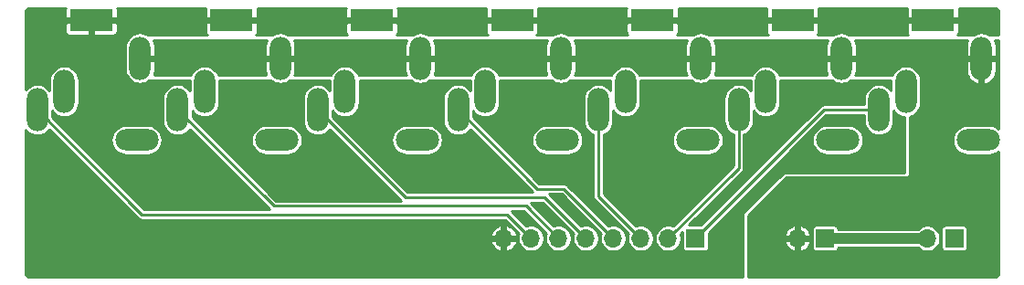
<source format=gbr>
%TF.GenerationSoftware,KiCad,Pcbnew,5.1.9+dfsg1-1*%
%TF.CreationDate,2021-03-30T03:15:21-07:00*%
%TF.ProjectId,hygrometer_connector_board,68796772-6f6d-4657-9465-725f636f6e6e,1.0*%
%TF.SameCoordinates,Original*%
%TF.FileFunction,Copper,L1,Top*%
%TF.FilePolarity,Positive*%
%FSLAX46Y46*%
G04 Gerber Fmt 4.6, Leading zero omitted, Abs format (unit mm)*
G04 Created by KiCad (PCBNEW 5.1.9+dfsg1-1) date 2021-03-30 03:15:21*
%MOMM*%
%LPD*%
G01*
G04 APERTURE LIST*
%TA.AperFunction,ComponentPad*%
%ADD10O,1.700000X1.700000*%
%TD*%
%TA.AperFunction,ComponentPad*%
%ADD11R,1.700000X1.700000*%
%TD*%
%TA.AperFunction,ComponentPad*%
%ADD12O,2.000000X4.000000*%
%TD*%
%TA.AperFunction,ComponentPad*%
%ADD13O,4.000000X2.000000*%
%TD*%
%TA.AperFunction,ComponentPad*%
%ADD14R,4.000000X2.000000*%
%TD*%
%TA.AperFunction,ViaPad*%
%ADD15C,0.800000*%
%TD*%
%TA.AperFunction,Conductor*%
%ADD16C,0.250000*%
%TD*%
%TA.AperFunction,Conductor*%
%ADD17C,1.000000*%
%TD*%
%TA.AperFunction,Conductor*%
%ADD18C,0.100000*%
%TD*%
G04 APERTURE END LIST*
D10*
%TO.P,J10,2*%
%TO.N,VCC*%
X172460000Y-122000000D03*
D11*
%TO.P,J10,1*%
%TO.N,Net-(J10-Pad1)*%
X175000000Y-122000000D03*
%TD*%
D10*
%TO.P,J9,2*%
%TO.N,Net-(J10-Pad1)*%
X184460000Y-122000000D03*
D11*
%TO.P,J9,1*%
%TO.N,GND*%
X187000000Y-122000000D03*
%TD*%
D10*
%TO.P,J8,8*%
%TO.N,GND*%
X145220000Y-122000000D03*
%TO.P,J8,7*%
%TO.N,/CH7*%
X147760000Y-122000000D03*
%TO.P,J8,6*%
%TO.N,/CH6*%
X150300000Y-122000000D03*
%TO.P,J8,5*%
%TO.N,/CH5*%
X152840000Y-122000000D03*
%TO.P,J8,4*%
%TO.N,/CH4*%
X155380000Y-122000000D03*
%TO.P,J8,3*%
%TO.N,/CH3*%
X157920000Y-122000000D03*
%TO.P,J8,2*%
%TO.N,/CH2*%
X160460000Y-122000000D03*
D11*
%TO.P,J8,1*%
%TO.N,/CH1*%
X163000000Y-122000000D03*
%TD*%
D12*
%TO.P,J7,T*%
%TO.N,VCC*%
X111500000Y-105300000D03*
D13*
%TO.P,J7,TN*%
%TO.N,N/C*%
X111200000Y-112900000D03*
D12*
%TO.P,J7,RN*%
X104500000Y-108400000D03*
%TO.P,J7,R*%
%TO.N,/CH7*%
X102000000Y-110100000D03*
D14*
%TO.P,J7,S*%
%TO.N,GND*%
X107000000Y-101800000D03*
%TD*%
D12*
%TO.P,J6,T*%
%TO.N,VCC*%
X124500000Y-105300000D03*
D13*
%TO.P,J6,TN*%
%TO.N,N/C*%
X124200000Y-112900000D03*
D12*
%TO.P,J6,RN*%
X117500000Y-108400000D03*
%TO.P,J6,R*%
%TO.N,/CH6*%
X115000000Y-110100000D03*
D14*
%TO.P,J6,S*%
%TO.N,GND*%
X120000000Y-101800000D03*
%TD*%
D12*
%TO.P,J5,T*%
%TO.N,VCC*%
X137500000Y-105300000D03*
D13*
%TO.P,J5,TN*%
%TO.N,N/C*%
X137200000Y-112900000D03*
D12*
%TO.P,J5,RN*%
X130500000Y-108400000D03*
%TO.P,J5,R*%
%TO.N,/CH5*%
X128000000Y-110100000D03*
D14*
%TO.P,J5,S*%
%TO.N,GND*%
X133000000Y-101800000D03*
%TD*%
D12*
%TO.P,J4,T*%
%TO.N,VCC*%
X150500000Y-105300000D03*
D13*
%TO.P,J4,TN*%
%TO.N,N/C*%
X150200000Y-112900000D03*
D12*
%TO.P,J4,RN*%
X143500000Y-108400000D03*
%TO.P,J4,R*%
%TO.N,/CH4*%
X141000000Y-110100000D03*
D14*
%TO.P,J4,S*%
%TO.N,GND*%
X146000000Y-101800000D03*
%TD*%
D12*
%TO.P,J3,T*%
%TO.N,VCC*%
X163500000Y-105300000D03*
D13*
%TO.P,J3,TN*%
%TO.N,N/C*%
X163200000Y-112900000D03*
D12*
%TO.P,J3,RN*%
X156500000Y-108400000D03*
%TO.P,J3,R*%
%TO.N,/CH3*%
X154000000Y-110100000D03*
D14*
%TO.P,J3,S*%
%TO.N,GND*%
X159000000Y-101800000D03*
%TD*%
D12*
%TO.P,J2,T*%
%TO.N,VCC*%
X176500000Y-105300000D03*
D13*
%TO.P,J2,TN*%
%TO.N,N/C*%
X176200000Y-112900000D03*
D12*
%TO.P,J2,RN*%
X169500000Y-108400000D03*
%TO.P,J2,R*%
%TO.N,/CH2*%
X167000000Y-110100000D03*
D14*
%TO.P,J2,S*%
%TO.N,GND*%
X172000000Y-101800000D03*
%TD*%
D12*
%TO.P,J1,T*%
%TO.N,VCC*%
X189500000Y-105300000D03*
D13*
%TO.P,J1,TN*%
%TO.N,N/C*%
X189200000Y-112900000D03*
D12*
%TO.P,J1,RN*%
X182500000Y-108400000D03*
%TO.P,J1,R*%
%TO.N,/CH1*%
X180000000Y-110100000D03*
D14*
%TO.P,J1,S*%
%TO.N,GND*%
X185000000Y-101800000D03*
%TD*%
D15*
%TO.N,GND*%
X173250000Y-109250000D03*
X134750000Y-109500000D03*
X121750000Y-109500000D03*
X110000000Y-109750000D03*
X115750000Y-117000000D03*
X128500000Y-117000000D03*
X142000000Y-114750000D03*
X147750000Y-110500000D03*
X157500000Y-114000000D03*
X161250000Y-109750000D03*
%TD*%
D16*
%TO.N,/CH1*%
X174900000Y-110100000D02*
X163000000Y-122000000D01*
X180000000Y-110100000D02*
X174900000Y-110100000D01*
%TO.N,/CH2*%
X167000000Y-115460000D02*
X160460000Y-122000000D01*
X167000000Y-110100000D02*
X167000000Y-115460000D01*
%TO.N,/CH3*%
X154000000Y-118080000D02*
X154000000Y-110100000D01*
X157920000Y-122000000D02*
X154000000Y-118080000D01*
%TO.N,/CH4*%
X155380000Y-122000000D02*
X150780000Y-117400000D01*
X148300000Y-117400000D02*
X141000000Y-110100000D01*
X150780000Y-117400000D02*
X148300000Y-117400000D01*
%TO.N,/CH5*%
X128000000Y-110100000D02*
X136100000Y-118200000D01*
X149040000Y-118200000D02*
X152840000Y-122000000D01*
X136100000Y-118200000D02*
X149040000Y-118200000D01*
%TO.N,/CH6*%
X115000000Y-110100000D02*
X123900000Y-119000000D01*
X147300000Y-119000000D02*
X150300000Y-122000000D01*
X123900000Y-119000000D02*
X147300000Y-119000000D01*
%TO.N,/CH7*%
X147760000Y-122000000D02*
X145560000Y-119800000D01*
X111700000Y-119800000D02*
X102000000Y-110100000D01*
X145560000Y-119800000D02*
X111700000Y-119800000D01*
D17*
%TO.N,Net-(J10-Pad1)*%
X184460000Y-122000000D02*
X175000000Y-122000000D01*
%TD*%
D16*
%TO.N,GND*%
X149732395Y-107448802D02*
X149971264Y-107576481D01*
X150230453Y-107655105D01*
X150500000Y-107681653D01*
X150769546Y-107655105D01*
X151028735Y-107576481D01*
X151267604Y-107448802D01*
X151357532Y-107375000D01*
X155125001Y-107375000D01*
X155125001Y-108303393D01*
X154976976Y-108123024D01*
X154767605Y-107951198D01*
X154528736Y-107823519D01*
X154269547Y-107744895D01*
X154000000Y-107718347D01*
X153730454Y-107744895D01*
X153471265Y-107823519D01*
X153232396Y-107951198D01*
X153023025Y-108123024D01*
X152851199Y-108332395D01*
X152723520Y-108571264D01*
X152644896Y-108830453D01*
X152625001Y-109032451D01*
X152625000Y-111167548D01*
X152644895Y-111369546D01*
X152723519Y-111628735D01*
X152851198Y-111867604D01*
X153023024Y-112076975D01*
X153232395Y-112248802D01*
X153471264Y-112376481D01*
X153500001Y-112385198D01*
X153500000Y-118055440D01*
X153497581Y-118080000D01*
X153500000Y-118104559D01*
X153507235Y-118178016D01*
X153535825Y-118272266D01*
X153582254Y-118359129D01*
X153644736Y-118435264D01*
X153663824Y-118450929D01*
X156775319Y-121562425D01*
X156742076Y-121642681D01*
X156695000Y-121879348D01*
X156695000Y-122120652D01*
X156742076Y-122357319D01*
X156834419Y-122580255D01*
X156968481Y-122780892D01*
X157139108Y-122951519D01*
X157339745Y-123085581D01*
X157562681Y-123177924D01*
X157799348Y-123225000D01*
X158040652Y-123225000D01*
X158277319Y-123177924D01*
X158500255Y-123085581D01*
X158700892Y-122951519D01*
X158871519Y-122780892D01*
X159005581Y-122580255D01*
X159097924Y-122357319D01*
X159145000Y-122120652D01*
X159145000Y-121879348D01*
X159097924Y-121642681D01*
X159005581Y-121419745D01*
X158871519Y-121219108D01*
X158700892Y-121048481D01*
X158500255Y-120914419D01*
X158277319Y-120822076D01*
X158040652Y-120775000D01*
X157799348Y-120775000D01*
X157562681Y-120822076D01*
X157482425Y-120855319D01*
X154500000Y-117872895D01*
X154500000Y-112900000D01*
X160818347Y-112900000D01*
X160844895Y-113169547D01*
X160923519Y-113428736D01*
X161051198Y-113667605D01*
X161223024Y-113876976D01*
X161432395Y-114048802D01*
X161671264Y-114176481D01*
X161930453Y-114255105D01*
X162132451Y-114275000D01*
X164267549Y-114275000D01*
X164469547Y-114255105D01*
X164728736Y-114176481D01*
X164967605Y-114048802D01*
X165176976Y-113876976D01*
X165348802Y-113667605D01*
X165476481Y-113428736D01*
X165555105Y-113169547D01*
X165581653Y-112900000D01*
X165555105Y-112630453D01*
X165476481Y-112371264D01*
X165348802Y-112132395D01*
X165176976Y-111923024D01*
X164967605Y-111751198D01*
X164728736Y-111623519D01*
X164469547Y-111544895D01*
X164267549Y-111525000D01*
X162132451Y-111525000D01*
X161930453Y-111544895D01*
X161671264Y-111623519D01*
X161432395Y-111751198D01*
X161223024Y-111923024D01*
X161051198Y-112132395D01*
X160923519Y-112371264D01*
X160844895Y-112630453D01*
X160818347Y-112900000D01*
X154500000Y-112900000D01*
X154500000Y-112385198D01*
X154528735Y-112376481D01*
X154767604Y-112248802D01*
X154976975Y-112076976D01*
X155148802Y-111867605D01*
X155276481Y-111628736D01*
X155355105Y-111369547D01*
X155375000Y-111167549D01*
X155375000Y-110196607D01*
X155523024Y-110376975D01*
X155732395Y-110548802D01*
X155971264Y-110676481D01*
X156230453Y-110755105D01*
X156500000Y-110781653D01*
X156769546Y-110755105D01*
X157028735Y-110676481D01*
X157267604Y-110548802D01*
X157476975Y-110376976D01*
X157648802Y-110167605D01*
X157776481Y-109928736D01*
X157855105Y-109669547D01*
X157875000Y-109467549D01*
X157875000Y-107375000D01*
X162642467Y-107375000D01*
X162732395Y-107448802D01*
X162971264Y-107576481D01*
X163230453Y-107655105D01*
X163500000Y-107681653D01*
X163769546Y-107655105D01*
X164028735Y-107576481D01*
X164267604Y-107448802D01*
X164357532Y-107375000D01*
X168125001Y-107375000D01*
X168125001Y-108303393D01*
X167976976Y-108123024D01*
X167767605Y-107951198D01*
X167528736Y-107823519D01*
X167269547Y-107744895D01*
X167000000Y-107718347D01*
X166730454Y-107744895D01*
X166471265Y-107823519D01*
X166232396Y-107951198D01*
X166023025Y-108123024D01*
X165851199Y-108332395D01*
X165723520Y-108571264D01*
X165644896Y-108830453D01*
X165625001Y-109032451D01*
X165625000Y-111167548D01*
X165644895Y-111369546D01*
X165723519Y-111628735D01*
X165851198Y-111867604D01*
X166023024Y-112076975D01*
X166232395Y-112248802D01*
X166471264Y-112376481D01*
X166500000Y-112385198D01*
X166500001Y-115252892D01*
X160897575Y-120855319D01*
X160817319Y-120822076D01*
X160580652Y-120775000D01*
X160339348Y-120775000D01*
X160102681Y-120822076D01*
X159879745Y-120914419D01*
X159679108Y-121048481D01*
X159508481Y-121219108D01*
X159374419Y-121419745D01*
X159282076Y-121642681D01*
X159235000Y-121879348D01*
X159235000Y-122120652D01*
X159282076Y-122357319D01*
X159374419Y-122580255D01*
X159508481Y-122780892D01*
X159679108Y-122951519D01*
X159879745Y-123085581D01*
X160102681Y-123177924D01*
X160339348Y-123225000D01*
X160580652Y-123225000D01*
X160817319Y-123177924D01*
X161040255Y-123085581D01*
X161240892Y-122951519D01*
X161411519Y-122780892D01*
X161545581Y-122580255D01*
X161637924Y-122357319D01*
X161685000Y-122120652D01*
X161685000Y-121879348D01*
X161637924Y-121642681D01*
X161604681Y-121562425D01*
X161773186Y-121393919D01*
X161773186Y-122850000D01*
X161780426Y-122923513D01*
X161801869Y-122994200D01*
X161836691Y-123059347D01*
X161883552Y-123116448D01*
X161940653Y-123163309D01*
X162005800Y-123198131D01*
X162076487Y-123219574D01*
X162150000Y-123226814D01*
X163850000Y-123226814D01*
X163923513Y-123219574D01*
X163994200Y-123198131D01*
X164059347Y-123163309D01*
X164116448Y-123116448D01*
X164163309Y-123059347D01*
X164198131Y-122994200D01*
X164219574Y-122923513D01*
X164226814Y-122850000D01*
X164226814Y-121480291D01*
X172807106Y-112900000D01*
X173818347Y-112900000D01*
X173844895Y-113169547D01*
X173923519Y-113428736D01*
X174051198Y-113667605D01*
X174223024Y-113876976D01*
X174432395Y-114048802D01*
X174671264Y-114176481D01*
X174930453Y-114255105D01*
X175132451Y-114275000D01*
X177267549Y-114275000D01*
X177469547Y-114255105D01*
X177728736Y-114176481D01*
X177967605Y-114048802D01*
X178176976Y-113876976D01*
X178348802Y-113667605D01*
X178476481Y-113428736D01*
X178555105Y-113169547D01*
X178581653Y-112900000D01*
X178555105Y-112630453D01*
X178476481Y-112371264D01*
X178348802Y-112132395D01*
X178176976Y-111923024D01*
X177967605Y-111751198D01*
X177728736Y-111623519D01*
X177469547Y-111544895D01*
X177267549Y-111525000D01*
X175132451Y-111525000D01*
X174930453Y-111544895D01*
X174671264Y-111623519D01*
X174432395Y-111751198D01*
X174223024Y-111923024D01*
X174051198Y-112132395D01*
X173923519Y-112371264D01*
X173844895Y-112630453D01*
X173818347Y-112900000D01*
X172807106Y-112900000D01*
X175107107Y-110600000D01*
X178625000Y-110600000D01*
X178625000Y-111167548D01*
X178644895Y-111369546D01*
X178723519Y-111628735D01*
X178851198Y-111867604D01*
X179023024Y-112076975D01*
X179232395Y-112248802D01*
X179471264Y-112376481D01*
X179730453Y-112455105D01*
X180000000Y-112481653D01*
X180269546Y-112455105D01*
X180528735Y-112376481D01*
X180767604Y-112248802D01*
X180976975Y-112076976D01*
X181148802Y-111867605D01*
X181276481Y-111628736D01*
X181355105Y-111369547D01*
X181375000Y-111167549D01*
X181375000Y-110196607D01*
X181523024Y-110376975D01*
X181732395Y-110548802D01*
X181971264Y-110676481D01*
X182230453Y-110755105D01*
X182375000Y-110769342D01*
X182375000Y-115875000D01*
X171250000Y-115875000D01*
X171225614Y-115877402D01*
X171202165Y-115884515D01*
X171180554Y-115896066D01*
X171161612Y-115911612D01*
X167411612Y-119661612D01*
X167396066Y-119680554D01*
X167384515Y-119702165D01*
X167377402Y-119725614D01*
X167375000Y-119750000D01*
X167375000Y-125575000D01*
X101270791Y-125575000D01*
X101187264Y-125566810D01*
X101126929Y-125548594D01*
X101071278Y-125519004D01*
X101022431Y-125479165D01*
X100982253Y-125430599D01*
X100952275Y-125375155D01*
X100933635Y-125314940D01*
X100925000Y-125232786D01*
X100925000Y-122370413D01*
X143999984Y-122370413D01*
X144095690Y-122601309D01*
X144234603Y-122809097D01*
X144411384Y-122985792D01*
X144619240Y-123124603D01*
X144849588Y-123220008D01*
X145045000Y-123155574D01*
X145045000Y-122175000D01*
X145395000Y-122175000D01*
X145395000Y-123155574D01*
X145590412Y-123220008D01*
X145820760Y-123124603D01*
X146028616Y-122985792D01*
X146205397Y-122809097D01*
X146344310Y-122601309D01*
X146440016Y-122370413D01*
X146376691Y-122175000D01*
X145395000Y-122175000D01*
X145045000Y-122175000D01*
X144063309Y-122175000D01*
X143999984Y-122370413D01*
X100925000Y-122370413D01*
X100925000Y-121629587D01*
X143999984Y-121629587D01*
X144063309Y-121825000D01*
X145045000Y-121825000D01*
X145045000Y-120844426D01*
X145395000Y-120844426D01*
X145395000Y-121825000D01*
X146376691Y-121825000D01*
X146440016Y-121629587D01*
X146344310Y-121398691D01*
X146205397Y-121190903D01*
X146028616Y-121014208D01*
X145820760Y-120875397D01*
X145590412Y-120779992D01*
X145395000Y-120844426D01*
X145045000Y-120844426D01*
X144849588Y-120779992D01*
X144619240Y-120875397D01*
X144411384Y-121014208D01*
X144234603Y-121190903D01*
X144095690Y-121398691D01*
X143999984Y-121629587D01*
X100925000Y-121629587D01*
X100925000Y-111957532D01*
X101023024Y-112076975D01*
X101232395Y-112248802D01*
X101471264Y-112376481D01*
X101730453Y-112455105D01*
X102000000Y-112481653D01*
X102269546Y-112455105D01*
X102528735Y-112376481D01*
X102767604Y-112248802D01*
X102976975Y-112076976D01*
X103108999Y-111916105D01*
X111329079Y-120136186D01*
X111344736Y-120155264D01*
X111420871Y-120217746D01*
X111507733Y-120264175D01*
X111601983Y-120292765D01*
X111700000Y-120302419D01*
X111724560Y-120300000D01*
X145352895Y-120300000D01*
X146615319Y-121562425D01*
X146582076Y-121642681D01*
X146535000Y-121879348D01*
X146535000Y-122120652D01*
X146582076Y-122357319D01*
X146674419Y-122580255D01*
X146808481Y-122780892D01*
X146979108Y-122951519D01*
X147179745Y-123085581D01*
X147402681Y-123177924D01*
X147639348Y-123225000D01*
X147880652Y-123225000D01*
X148117319Y-123177924D01*
X148340255Y-123085581D01*
X148540892Y-122951519D01*
X148711519Y-122780892D01*
X148845581Y-122580255D01*
X148937924Y-122357319D01*
X148985000Y-122120652D01*
X148985000Y-121879348D01*
X148937924Y-121642681D01*
X148845581Y-121419745D01*
X148711519Y-121219108D01*
X148540892Y-121048481D01*
X148340255Y-120914419D01*
X148117319Y-120822076D01*
X147880652Y-120775000D01*
X147639348Y-120775000D01*
X147402681Y-120822076D01*
X147322425Y-120855319D01*
X145967105Y-119500000D01*
X147092895Y-119500000D01*
X149155319Y-121562425D01*
X149122076Y-121642681D01*
X149075000Y-121879348D01*
X149075000Y-122120652D01*
X149122076Y-122357319D01*
X149214419Y-122580255D01*
X149348481Y-122780892D01*
X149519108Y-122951519D01*
X149719745Y-123085581D01*
X149942681Y-123177924D01*
X150179348Y-123225000D01*
X150420652Y-123225000D01*
X150657319Y-123177924D01*
X150880255Y-123085581D01*
X151080892Y-122951519D01*
X151251519Y-122780892D01*
X151385581Y-122580255D01*
X151477924Y-122357319D01*
X151525000Y-122120652D01*
X151525000Y-121879348D01*
X151477924Y-121642681D01*
X151385581Y-121419745D01*
X151251519Y-121219108D01*
X151080892Y-121048481D01*
X150880255Y-120914419D01*
X150657319Y-120822076D01*
X150420652Y-120775000D01*
X150179348Y-120775000D01*
X149942681Y-120822076D01*
X149862425Y-120855319D01*
X147707105Y-118700000D01*
X148832895Y-118700000D01*
X151695319Y-121562425D01*
X151662076Y-121642681D01*
X151615000Y-121879348D01*
X151615000Y-122120652D01*
X151662076Y-122357319D01*
X151754419Y-122580255D01*
X151888481Y-122780892D01*
X152059108Y-122951519D01*
X152259745Y-123085581D01*
X152482681Y-123177924D01*
X152719348Y-123225000D01*
X152960652Y-123225000D01*
X153197319Y-123177924D01*
X153420255Y-123085581D01*
X153620892Y-122951519D01*
X153791519Y-122780892D01*
X153925581Y-122580255D01*
X154017924Y-122357319D01*
X154065000Y-122120652D01*
X154065000Y-121879348D01*
X154017924Y-121642681D01*
X153925581Y-121419745D01*
X153791519Y-121219108D01*
X153620892Y-121048481D01*
X153420255Y-120914419D01*
X153197319Y-120822076D01*
X152960652Y-120775000D01*
X152719348Y-120775000D01*
X152482681Y-120822076D01*
X152402425Y-120855319D01*
X149447105Y-117900000D01*
X150572895Y-117900000D01*
X154235319Y-121562426D01*
X154202076Y-121642681D01*
X154155000Y-121879348D01*
X154155000Y-122120652D01*
X154202076Y-122357319D01*
X154294419Y-122580255D01*
X154428481Y-122780892D01*
X154599108Y-122951519D01*
X154799745Y-123085581D01*
X155022681Y-123177924D01*
X155259348Y-123225000D01*
X155500652Y-123225000D01*
X155737319Y-123177924D01*
X155960255Y-123085581D01*
X156160892Y-122951519D01*
X156331519Y-122780892D01*
X156465581Y-122580255D01*
X156557924Y-122357319D01*
X156605000Y-122120652D01*
X156605000Y-121879348D01*
X156557924Y-121642681D01*
X156465581Y-121419745D01*
X156331519Y-121219108D01*
X156160892Y-121048481D01*
X155960255Y-120914419D01*
X155737319Y-120822076D01*
X155500652Y-120775000D01*
X155259348Y-120775000D01*
X155022681Y-120822076D01*
X154942426Y-120855319D01*
X151150929Y-117063824D01*
X151135264Y-117044736D01*
X151059129Y-116982254D01*
X150972267Y-116935825D01*
X150878017Y-116907235D01*
X150804560Y-116900000D01*
X150780000Y-116897581D01*
X150755440Y-116900000D01*
X148507106Y-116900000D01*
X144507106Y-112900000D01*
X147818347Y-112900000D01*
X147844895Y-113169547D01*
X147923519Y-113428736D01*
X148051198Y-113667605D01*
X148223024Y-113876976D01*
X148432395Y-114048802D01*
X148671264Y-114176481D01*
X148930453Y-114255105D01*
X149132451Y-114275000D01*
X151267549Y-114275000D01*
X151469547Y-114255105D01*
X151728736Y-114176481D01*
X151967605Y-114048802D01*
X152176976Y-113876976D01*
X152348802Y-113667605D01*
X152476481Y-113428736D01*
X152555105Y-113169547D01*
X152581653Y-112900000D01*
X152555105Y-112630453D01*
X152476481Y-112371264D01*
X152348802Y-112132395D01*
X152176976Y-111923024D01*
X151967605Y-111751198D01*
X151728736Y-111623519D01*
X151469547Y-111544895D01*
X151267549Y-111525000D01*
X149132451Y-111525000D01*
X148930453Y-111544895D01*
X148671264Y-111623519D01*
X148432395Y-111751198D01*
X148223024Y-111923024D01*
X148051198Y-112132395D01*
X147923519Y-112371264D01*
X147844895Y-112630453D01*
X147818347Y-112900000D01*
X144507106Y-112900000D01*
X142375000Y-110767895D01*
X142375000Y-110196607D01*
X142523024Y-110376975D01*
X142732395Y-110548802D01*
X142971264Y-110676481D01*
X143230453Y-110755105D01*
X143500000Y-110781653D01*
X143769546Y-110755105D01*
X144028735Y-110676481D01*
X144267604Y-110548802D01*
X144476975Y-110376976D01*
X144648802Y-110167605D01*
X144776481Y-109928736D01*
X144855105Y-109669547D01*
X144875000Y-109467549D01*
X144875000Y-107375000D01*
X149642467Y-107375000D01*
X149732395Y-107448802D01*
%TA.AperFunction,Conductor*%
D18*
G36*
X149732395Y-107448802D02*
G01*
X149971264Y-107576481D01*
X150230453Y-107655105D01*
X150500000Y-107681653D01*
X150769546Y-107655105D01*
X151028735Y-107576481D01*
X151267604Y-107448802D01*
X151357532Y-107375000D01*
X155125001Y-107375000D01*
X155125001Y-108303393D01*
X154976976Y-108123024D01*
X154767605Y-107951198D01*
X154528736Y-107823519D01*
X154269547Y-107744895D01*
X154000000Y-107718347D01*
X153730454Y-107744895D01*
X153471265Y-107823519D01*
X153232396Y-107951198D01*
X153023025Y-108123024D01*
X152851199Y-108332395D01*
X152723520Y-108571264D01*
X152644896Y-108830453D01*
X152625001Y-109032451D01*
X152625000Y-111167548D01*
X152644895Y-111369546D01*
X152723519Y-111628735D01*
X152851198Y-111867604D01*
X153023024Y-112076975D01*
X153232395Y-112248802D01*
X153471264Y-112376481D01*
X153500001Y-112385198D01*
X153500000Y-118055440D01*
X153497581Y-118080000D01*
X153500000Y-118104559D01*
X153507235Y-118178016D01*
X153535825Y-118272266D01*
X153582254Y-118359129D01*
X153644736Y-118435264D01*
X153663824Y-118450929D01*
X156775319Y-121562425D01*
X156742076Y-121642681D01*
X156695000Y-121879348D01*
X156695000Y-122120652D01*
X156742076Y-122357319D01*
X156834419Y-122580255D01*
X156968481Y-122780892D01*
X157139108Y-122951519D01*
X157339745Y-123085581D01*
X157562681Y-123177924D01*
X157799348Y-123225000D01*
X158040652Y-123225000D01*
X158277319Y-123177924D01*
X158500255Y-123085581D01*
X158700892Y-122951519D01*
X158871519Y-122780892D01*
X159005581Y-122580255D01*
X159097924Y-122357319D01*
X159145000Y-122120652D01*
X159145000Y-121879348D01*
X159097924Y-121642681D01*
X159005581Y-121419745D01*
X158871519Y-121219108D01*
X158700892Y-121048481D01*
X158500255Y-120914419D01*
X158277319Y-120822076D01*
X158040652Y-120775000D01*
X157799348Y-120775000D01*
X157562681Y-120822076D01*
X157482425Y-120855319D01*
X154500000Y-117872895D01*
X154500000Y-112900000D01*
X160818347Y-112900000D01*
X160844895Y-113169547D01*
X160923519Y-113428736D01*
X161051198Y-113667605D01*
X161223024Y-113876976D01*
X161432395Y-114048802D01*
X161671264Y-114176481D01*
X161930453Y-114255105D01*
X162132451Y-114275000D01*
X164267549Y-114275000D01*
X164469547Y-114255105D01*
X164728736Y-114176481D01*
X164967605Y-114048802D01*
X165176976Y-113876976D01*
X165348802Y-113667605D01*
X165476481Y-113428736D01*
X165555105Y-113169547D01*
X165581653Y-112900000D01*
X165555105Y-112630453D01*
X165476481Y-112371264D01*
X165348802Y-112132395D01*
X165176976Y-111923024D01*
X164967605Y-111751198D01*
X164728736Y-111623519D01*
X164469547Y-111544895D01*
X164267549Y-111525000D01*
X162132451Y-111525000D01*
X161930453Y-111544895D01*
X161671264Y-111623519D01*
X161432395Y-111751198D01*
X161223024Y-111923024D01*
X161051198Y-112132395D01*
X160923519Y-112371264D01*
X160844895Y-112630453D01*
X160818347Y-112900000D01*
X154500000Y-112900000D01*
X154500000Y-112385198D01*
X154528735Y-112376481D01*
X154767604Y-112248802D01*
X154976975Y-112076976D01*
X155148802Y-111867605D01*
X155276481Y-111628736D01*
X155355105Y-111369547D01*
X155375000Y-111167549D01*
X155375000Y-110196607D01*
X155523024Y-110376975D01*
X155732395Y-110548802D01*
X155971264Y-110676481D01*
X156230453Y-110755105D01*
X156500000Y-110781653D01*
X156769546Y-110755105D01*
X157028735Y-110676481D01*
X157267604Y-110548802D01*
X157476975Y-110376976D01*
X157648802Y-110167605D01*
X157776481Y-109928736D01*
X157855105Y-109669547D01*
X157875000Y-109467549D01*
X157875000Y-107375000D01*
X162642467Y-107375000D01*
X162732395Y-107448802D01*
X162971264Y-107576481D01*
X163230453Y-107655105D01*
X163500000Y-107681653D01*
X163769546Y-107655105D01*
X164028735Y-107576481D01*
X164267604Y-107448802D01*
X164357532Y-107375000D01*
X168125001Y-107375000D01*
X168125001Y-108303393D01*
X167976976Y-108123024D01*
X167767605Y-107951198D01*
X167528736Y-107823519D01*
X167269547Y-107744895D01*
X167000000Y-107718347D01*
X166730454Y-107744895D01*
X166471265Y-107823519D01*
X166232396Y-107951198D01*
X166023025Y-108123024D01*
X165851199Y-108332395D01*
X165723520Y-108571264D01*
X165644896Y-108830453D01*
X165625001Y-109032451D01*
X165625000Y-111167548D01*
X165644895Y-111369546D01*
X165723519Y-111628735D01*
X165851198Y-111867604D01*
X166023024Y-112076975D01*
X166232395Y-112248802D01*
X166471264Y-112376481D01*
X166500000Y-112385198D01*
X166500001Y-115252892D01*
X160897575Y-120855319D01*
X160817319Y-120822076D01*
X160580652Y-120775000D01*
X160339348Y-120775000D01*
X160102681Y-120822076D01*
X159879745Y-120914419D01*
X159679108Y-121048481D01*
X159508481Y-121219108D01*
X159374419Y-121419745D01*
X159282076Y-121642681D01*
X159235000Y-121879348D01*
X159235000Y-122120652D01*
X159282076Y-122357319D01*
X159374419Y-122580255D01*
X159508481Y-122780892D01*
X159679108Y-122951519D01*
X159879745Y-123085581D01*
X160102681Y-123177924D01*
X160339348Y-123225000D01*
X160580652Y-123225000D01*
X160817319Y-123177924D01*
X161040255Y-123085581D01*
X161240892Y-122951519D01*
X161411519Y-122780892D01*
X161545581Y-122580255D01*
X161637924Y-122357319D01*
X161685000Y-122120652D01*
X161685000Y-121879348D01*
X161637924Y-121642681D01*
X161604681Y-121562425D01*
X161773186Y-121393919D01*
X161773186Y-122850000D01*
X161780426Y-122923513D01*
X161801869Y-122994200D01*
X161836691Y-123059347D01*
X161883552Y-123116448D01*
X161940653Y-123163309D01*
X162005800Y-123198131D01*
X162076487Y-123219574D01*
X162150000Y-123226814D01*
X163850000Y-123226814D01*
X163923513Y-123219574D01*
X163994200Y-123198131D01*
X164059347Y-123163309D01*
X164116448Y-123116448D01*
X164163309Y-123059347D01*
X164198131Y-122994200D01*
X164219574Y-122923513D01*
X164226814Y-122850000D01*
X164226814Y-121480291D01*
X172807106Y-112900000D01*
X173818347Y-112900000D01*
X173844895Y-113169547D01*
X173923519Y-113428736D01*
X174051198Y-113667605D01*
X174223024Y-113876976D01*
X174432395Y-114048802D01*
X174671264Y-114176481D01*
X174930453Y-114255105D01*
X175132451Y-114275000D01*
X177267549Y-114275000D01*
X177469547Y-114255105D01*
X177728736Y-114176481D01*
X177967605Y-114048802D01*
X178176976Y-113876976D01*
X178348802Y-113667605D01*
X178476481Y-113428736D01*
X178555105Y-113169547D01*
X178581653Y-112900000D01*
X178555105Y-112630453D01*
X178476481Y-112371264D01*
X178348802Y-112132395D01*
X178176976Y-111923024D01*
X177967605Y-111751198D01*
X177728736Y-111623519D01*
X177469547Y-111544895D01*
X177267549Y-111525000D01*
X175132451Y-111525000D01*
X174930453Y-111544895D01*
X174671264Y-111623519D01*
X174432395Y-111751198D01*
X174223024Y-111923024D01*
X174051198Y-112132395D01*
X173923519Y-112371264D01*
X173844895Y-112630453D01*
X173818347Y-112900000D01*
X172807106Y-112900000D01*
X175107107Y-110600000D01*
X178625000Y-110600000D01*
X178625000Y-111167548D01*
X178644895Y-111369546D01*
X178723519Y-111628735D01*
X178851198Y-111867604D01*
X179023024Y-112076975D01*
X179232395Y-112248802D01*
X179471264Y-112376481D01*
X179730453Y-112455105D01*
X180000000Y-112481653D01*
X180269546Y-112455105D01*
X180528735Y-112376481D01*
X180767604Y-112248802D01*
X180976975Y-112076976D01*
X181148802Y-111867605D01*
X181276481Y-111628736D01*
X181355105Y-111369547D01*
X181375000Y-111167549D01*
X181375000Y-110196607D01*
X181523024Y-110376975D01*
X181732395Y-110548802D01*
X181971264Y-110676481D01*
X182230453Y-110755105D01*
X182375000Y-110769342D01*
X182375000Y-115875000D01*
X171250000Y-115875000D01*
X171225614Y-115877402D01*
X171202165Y-115884515D01*
X171180554Y-115896066D01*
X171161612Y-115911612D01*
X167411612Y-119661612D01*
X167396066Y-119680554D01*
X167384515Y-119702165D01*
X167377402Y-119725614D01*
X167375000Y-119750000D01*
X167375000Y-125575000D01*
X101270791Y-125575000D01*
X101187264Y-125566810D01*
X101126929Y-125548594D01*
X101071278Y-125519004D01*
X101022431Y-125479165D01*
X100982253Y-125430599D01*
X100952275Y-125375155D01*
X100933635Y-125314940D01*
X100925000Y-125232786D01*
X100925000Y-122370413D01*
X143999984Y-122370413D01*
X144095690Y-122601309D01*
X144234603Y-122809097D01*
X144411384Y-122985792D01*
X144619240Y-123124603D01*
X144849588Y-123220008D01*
X145045000Y-123155574D01*
X145045000Y-122175000D01*
X145395000Y-122175000D01*
X145395000Y-123155574D01*
X145590412Y-123220008D01*
X145820760Y-123124603D01*
X146028616Y-122985792D01*
X146205397Y-122809097D01*
X146344310Y-122601309D01*
X146440016Y-122370413D01*
X146376691Y-122175000D01*
X145395000Y-122175000D01*
X145045000Y-122175000D01*
X144063309Y-122175000D01*
X143999984Y-122370413D01*
X100925000Y-122370413D01*
X100925000Y-121629587D01*
X143999984Y-121629587D01*
X144063309Y-121825000D01*
X145045000Y-121825000D01*
X145045000Y-120844426D01*
X145395000Y-120844426D01*
X145395000Y-121825000D01*
X146376691Y-121825000D01*
X146440016Y-121629587D01*
X146344310Y-121398691D01*
X146205397Y-121190903D01*
X146028616Y-121014208D01*
X145820760Y-120875397D01*
X145590412Y-120779992D01*
X145395000Y-120844426D01*
X145045000Y-120844426D01*
X144849588Y-120779992D01*
X144619240Y-120875397D01*
X144411384Y-121014208D01*
X144234603Y-121190903D01*
X144095690Y-121398691D01*
X143999984Y-121629587D01*
X100925000Y-121629587D01*
X100925000Y-111957532D01*
X101023024Y-112076975D01*
X101232395Y-112248802D01*
X101471264Y-112376481D01*
X101730453Y-112455105D01*
X102000000Y-112481653D01*
X102269546Y-112455105D01*
X102528735Y-112376481D01*
X102767604Y-112248802D01*
X102976975Y-112076976D01*
X103108999Y-111916105D01*
X111329079Y-120136186D01*
X111344736Y-120155264D01*
X111420871Y-120217746D01*
X111507733Y-120264175D01*
X111601983Y-120292765D01*
X111700000Y-120302419D01*
X111724560Y-120300000D01*
X145352895Y-120300000D01*
X146615319Y-121562425D01*
X146582076Y-121642681D01*
X146535000Y-121879348D01*
X146535000Y-122120652D01*
X146582076Y-122357319D01*
X146674419Y-122580255D01*
X146808481Y-122780892D01*
X146979108Y-122951519D01*
X147179745Y-123085581D01*
X147402681Y-123177924D01*
X147639348Y-123225000D01*
X147880652Y-123225000D01*
X148117319Y-123177924D01*
X148340255Y-123085581D01*
X148540892Y-122951519D01*
X148711519Y-122780892D01*
X148845581Y-122580255D01*
X148937924Y-122357319D01*
X148985000Y-122120652D01*
X148985000Y-121879348D01*
X148937924Y-121642681D01*
X148845581Y-121419745D01*
X148711519Y-121219108D01*
X148540892Y-121048481D01*
X148340255Y-120914419D01*
X148117319Y-120822076D01*
X147880652Y-120775000D01*
X147639348Y-120775000D01*
X147402681Y-120822076D01*
X147322425Y-120855319D01*
X145967105Y-119500000D01*
X147092895Y-119500000D01*
X149155319Y-121562425D01*
X149122076Y-121642681D01*
X149075000Y-121879348D01*
X149075000Y-122120652D01*
X149122076Y-122357319D01*
X149214419Y-122580255D01*
X149348481Y-122780892D01*
X149519108Y-122951519D01*
X149719745Y-123085581D01*
X149942681Y-123177924D01*
X150179348Y-123225000D01*
X150420652Y-123225000D01*
X150657319Y-123177924D01*
X150880255Y-123085581D01*
X151080892Y-122951519D01*
X151251519Y-122780892D01*
X151385581Y-122580255D01*
X151477924Y-122357319D01*
X151525000Y-122120652D01*
X151525000Y-121879348D01*
X151477924Y-121642681D01*
X151385581Y-121419745D01*
X151251519Y-121219108D01*
X151080892Y-121048481D01*
X150880255Y-120914419D01*
X150657319Y-120822076D01*
X150420652Y-120775000D01*
X150179348Y-120775000D01*
X149942681Y-120822076D01*
X149862425Y-120855319D01*
X147707105Y-118700000D01*
X148832895Y-118700000D01*
X151695319Y-121562425D01*
X151662076Y-121642681D01*
X151615000Y-121879348D01*
X151615000Y-122120652D01*
X151662076Y-122357319D01*
X151754419Y-122580255D01*
X151888481Y-122780892D01*
X152059108Y-122951519D01*
X152259745Y-123085581D01*
X152482681Y-123177924D01*
X152719348Y-123225000D01*
X152960652Y-123225000D01*
X153197319Y-123177924D01*
X153420255Y-123085581D01*
X153620892Y-122951519D01*
X153791519Y-122780892D01*
X153925581Y-122580255D01*
X154017924Y-122357319D01*
X154065000Y-122120652D01*
X154065000Y-121879348D01*
X154017924Y-121642681D01*
X153925581Y-121419745D01*
X153791519Y-121219108D01*
X153620892Y-121048481D01*
X153420255Y-120914419D01*
X153197319Y-120822076D01*
X152960652Y-120775000D01*
X152719348Y-120775000D01*
X152482681Y-120822076D01*
X152402425Y-120855319D01*
X149447105Y-117900000D01*
X150572895Y-117900000D01*
X154235319Y-121562426D01*
X154202076Y-121642681D01*
X154155000Y-121879348D01*
X154155000Y-122120652D01*
X154202076Y-122357319D01*
X154294419Y-122580255D01*
X154428481Y-122780892D01*
X154599108Y-122951519D01*
X154799745Y-123085581D01*
X155022681Y-123177924D01*
X155259348Y-123225000D01*
X155500652Y-123225000D01*
X155737319Y-123177924D01*
X155960255Y-123085581D01*
X156160892Y-122951519D01*
X156331519Y-122780892D01*
X156465581Y-122580255D01*
X156557924Y-122357319D01*
X156605000Y-122120652D01*
X156605000Y-121879348D01*
X156557924Y-121642681D01*
X156465581Y-121419745D01*
X156331519Y-121219108D01*
X156160892Y-121048481D01*
X155960255Y-120914419D01*
X155737319Y-120822076D01*
X155500652Y-120775000D01*
X155259348Y-120775000D01*
X155022681Y-120822076D01*
X154942426Y-120855319D01*
X151150929Y-117063824D01*
X151135264Y-117044736D01*
X151059129Y-116982254D01*
X150972267Y-116935825D01*
X150878017Y-116907235D01*
X150804560Y-116900000D01*
X150780000Y-116897581D01*
X150755440Y-116900000D01*
X148507106Y-116900000D01*
X144507106Y-112900000D01*
X147818347Y-112900000D01*
X147844895Y-113169547D01*
X147923519Y-113428736D01*
X148051198Y-113667605D01*
X148223024Y-113876976D01*
X148432395Y-114048802D01*
X148671264Y-114176481D01*
X148930453Y-114255105D01*
X149132451Y-114275000D01*
X151267549Y-114275000D01*
X151469547Y-114255105D01*
X151728736Y-114176481D01*
X151967605Y-114048802D01*
X152176976Y-113876976D01*
X152348802Y-113667605D01*
X152476481Y-113428736D01*
X152555105Y-113169547D01*
X152581653Y-112900000D01*
X152555105Y-112630453D01*
X152476481Y-112371264D01*
X152348802Y-112132395D01*
X152176976Y-111923024D01*
X151967605Y-111751198D01*
X151728736Y-111623519D01*
X151469547Y-111544895D01*
X151267549Y-111525000D01*
X149132451Y-111525000D01*
X148930453Y-111544895D01*
X148671264Y-111623519D01*
X148432395Y-111751198D01*
X148223024Y-111923024D01*
X148051198Y-112132395D01*
X147923519Y-112371264D01*
X147844895Y-112630453D01*
X147818347Y-112900000D01*
X144507106Y-112900000D01*
X142375000Y-110767895D01*
X142375000Y-110196607D01*
X142523024Y-110376975D01*
X142732395Y-110548802D01*
X142971264Y-110676481D01*
X143230453Y-110755105D01*
X143500000Y-110781653D01*
X143769546Y-110755105D01*
X144028735Y-110676481D01*
X144267604Y-110548802D01*
X144476975Y-110376976D01*
X144648802Y-110167605D01*
X144776481Y-109928736D01*
X144855105Y-109669547D01*
X144875000Y-109467549D01*
X144875000Y-107375000D01*
X149642467Y-107375000D01*
X149732395Y-107448802D01*
G37*
%TD.AperFunction*%
D16*
X175732395Y-107448802D02*
X175971264Y-107576481D01*
X176230453Y-107655105D01*
X176500000Y-107681653D01*
X176769546Y-107655105D01*
X177028735Y-107576481D01*
X177267604Y-107448802D01*
X177357532Y-107375000D01*
X181125001Y-107375000D01*
X181125001Y-108303393D01*
X180976976Y-108123024D01*
X180767605Y-107951198D01*
X180528736Y-107823519D01*
X180269547Y-107744895D01*
X180000000Y-107718347D01*
X179730454Y-107744895D01*
X179471265Y-107823519D01*
X179232396Y-107951198D01*
X179023025Y-108123024D01*
X178851199Y-108332395D01*
X178723520Y-108571264D01*
X178644896Y-108830453D01*
X178625001Y-109032451D01*
X178625001Y-109600000D01*
X174924549Y-109600000D01*
X174899999Y-109597582D01*
X174875449Y-109600000D01*
X174875440Y-109600000D01*
X174801983Y-109607235D01*
X174707733Y-109635825D01*
X174620871Y-109682254D01*
X174544736Y-109744736D01*
X174529080Y-109763813D01*
X163519709Y-120773186D01*
X162393919Y-120773186D01*
X167336187Y-115830920D01*
X167355264Y-115815264D01*
X167417746Y-115739129D01*
X167464175Y-115652267D01*
X167492765Y-115558017D01*
X167500000Y-115484560D01*
X167502419Y-115460000D01*
X167500000Y-115435440D01*
X167500000Y-112385198D01*
X167528735Y-112376481D01*
X167767604Y-112248802D01*
X167976975Y-112076976D01*
X168148802Y-111867605D01*
X168276481Y-111628736D01*
X168355105Y-111369547D01*
X168375000Y-111167549D01*
X168375000Y-110196607D01*
X168523024Y-110376975D01*
X168732395Y-110548802D01*
X168971264Y-110676481D01*
X169230453Y-110755105D01*
X169500000Y-110781653D01*
X169769546Y-110755105D01*
X170028735Y-110676481D01*
X170267604Y-110548802D01*
X170476975Y-110376976D01*
X170648802Y-110167605D01*
X170776481Y-109928736D01*
X170855105Y-109669547D01*
X170875000Y-109467549D01*
X170875000Y-107375000D01*
X175642467Y-107375000D01*
X175732395Y-107448802D01*
%TA.AperFunction,Conductor*%
D18*
G36*
X175732395Y-107448802D02*
G01*
X175971264Y-107576481D01*
X176230453Y-107655105D01*
X176500000Y-107681653D01*
X176769546Y-107655105D01*
X177028735Y-107576481D01*
X177267604Y-107448802D01*
X177357532Y-107375000D01*
X181125001Y-107375000D01*
X181125001Y-108303393D01*
X180976976Y-108123024D01*
X180767605Y-107951198D01*
X180528736Y-107823519D01*
X180269547Y-107744895D01*
X180000000Y-107718347D01*
X179730454Y-107744895D01*
X179471265Y-107823519D01*
X179232396Y-107951198D01*
X179023025Y-108123024D01*
X178851199Y-108332395D01*
X178723520Y-108571264D01*
X178644896Y-108830453D01*
X178625001Y-109032451D01*
X178625001Y-109600000D01*
X174924549Y-109600000D01*
X174899999Y-109597582D01*
X174875449Y-109600000D01*
X174875440Y-109600000D01*
X174801983Y-109607235D01*
X174707733Y-109635825D01*
X174620871Y-109682254D01*
X174544736Y-109744736D01*
X174529080Y-109763813D01*
X163519709Y-120773186D01*
X162393919Y-120773186D01*
X167336187Y-115830920D01*
X167355264Y-115815264D01*
X167417746Y-115739129D01*
X167464175Y-115652267D01*
X167492765Y-115558017D01*
X167500000Y-115484560D01*
X167502419Y-115460000D01*
X167500000Y-115435440D01*
X167500000Y-112385198D01*
X167528735Y-112376481D01*
X167767604Y-112248802D01*
X167976975Y-112076976D01*
X168148802Y-111867605D01*
X168276481Y-111628736D01*
X168355105Y-111369547D01*
X168375000Y-111167549D01*
X168375000Y-110196607D01*
X168523024Y-110376975D01*
X168732395Y-110548802D01*
X168971264Y-110676481D01*
X169230453Y-110755105D01*
X169500000Y-110781653D01*
X169769546Y-110755105D01*
X170028735Y-110676481D01*
X170267604Y-110548802D01*
X170476975Y-110376976D01*
X170648802Y-110167605D01*
X170776481Y-109928736D01*
X170855105Y-109669547D01*
X170875000Y-109467549D01*
X170875000Y-107375000D01*
X175642467Y-107375000D01*
X175732395Y-107448802D01*
G37*
%TD.AperFunction*%
D16*
X104581150Y-100716686D02*
X104572944Y-100800000D01*
X104575000Y-101518750D01*
X104681250Y-101625000D01*
X106825000Y-101625000D01*
X106825000Y-101605000D01*
X107175000Y-101605000D01*
X107175000Y-101625000D01*
X109318750Y-101625000D01*
X109425000Y-101518750D01*
X109427056Y-100800000D01*
X109418850Y-100716686D01*
X109406205Y-100675000D01*
X117593795Y-100675000D01*
X117581150Y-100716686D01*
X117572944Y-100800000D01*
X117575000Y-101518750D01*
X117681250Y-101625000D01*
X119825000Y-101625000D01*
X119825000Y-101605000D01*
X120175000Y-101605000D01*
X120175000Y-101625000D01*
X122318750Y-101625000D01*
X122425000Y-101518750D01*
X122427056Y-100800000D01*
X122418850Y-100716686D01*
X122406205Y-100675000D01*
X130593795Y-100675000D01*
X130581150Y-100716686D01*
X130572944Y-100800000D01*
X130575000Y-101518750D01*
X130681250Y-101625000D01*
X132825000Y-101625000D01*
X132825000Y-101605000D01*
X133175000Y-101605000D01*
X133175000Y-101625000D01*
X135318750Y-101625000D01*
X135425000Y-101518750D01*
X135427056Y-100800000D01*
X135418850Y-100716686D01*
X135406205Y-100675000D01*
X143593795Y-100675000D01*
X143581150Y-100716686D01*
X143572944Y-100800000D01*
X143575000Y-101518750D01*
X143681250Y-101625000D01*
X145825000Y-101625000D01*
X145825000Y-101605000D01*
X146175000Y-101605000D01*
X146175000Y-101625000D01*
X148318750Y-101625000D01*
X148425000Y-101518750D01*
X148427056Y-100800000D01*
X148418850Y-100716686D01*
X148406205Y-100675000D01*
X156593795Y-100675000D01*
X156581150Y-100716686D01*
X156572944Y-100800000D01*
X156575000Y-101518750D01*
X156681250Y-101625000D01*
X158825000Y-101625000D01*
X158825000Y-101605000D01*
X159175000Y-101605000D01*
X159175000Y-101625000D01*
X161318750Y-101625000D01*
X161425000Y-101518750D01*
X161427056Y-100800000D01*
X161418850Y-100716686D01*
X161406205Y-100675000D01*
X169593795Y-100675000D01*
X169581150Y-100716686D01*
X169572944Y-100800000D01*
X169575000Y-101518750D01*
X169681250Y-101625000D01*
X171825000Y-101625000D01*
X171825000Y-101605000D01*
X172175000Y-101605000D01*
X172175000Y-101625000D01*
X174318750Y-101625000D01*
X174425000Y-101518750D01*
X174427056Y-100800000D01*
X174418850Y-100716686D01*
X174406205Y-100675000D01*
X182593795Y-100675000D01*
X182581150Y-100716686D01*
X182572944Y-100800000D01*
X182575000Y-101518750D01*
X182681250Y-101625000D01*
X184825000Y-101625000D01*
X184825000Y-101605000D01*
X185175000Y-101605000D01*
X185175000Y-101625000D01*
X187318750Y-101625000D01*
X187425000Y-101518750D01*
X187427056Y-100800000D01*
X187418850Y-100716686D01*
X187406205Y-100675000D01*
X190729209Y-100675000D01*
X190812736Y-100683190D01*
X190873071Y-100701406D01*
X190928723Y-100730996D01*
X190977571Y-100770836D01*
X191017746Y-100819400D01*
X191047725Y-100874845D01*
X191066365Y-100935060D01*
X191075000Y-101017214D01*
X191075000Y-103125000D01*
X190218592Y-103125000D01*
X190028736Y-103023519D01*
X189769547Y-102944895D01*
X189500000Y-102918347D01*
X189230454Y-102944895D01*
X188971265Y-103023519D01*
X188781409Y-103125000D01*
X187273917Y-103125000D01*
X187301974Y-103101974D01*
X187355084Y-103037260D01*
X187394548Y-102963427D01*
X187418850Y-102883314D01*
X187427056Y-102800000D01*
X187425000Y-102081250D01*
X187318750Y-101975000D01*
X185175000Y-101975000D01*
X185175000Y-101995000D01*
X184825000Y-101995000D01*
X184825000Y-101975000D01*
X182681250Y-101975000D01*
X182575000Y-102081250D01*
X182572944Y-102800000D01*
X182581150Y-102883314D01*
X182605452Y-102963427D01*
X182644916Y-103037260D01*
X182698026Y-103101974D01*
X182726083Y-103125000D01*
X177218592Y-103125000D01*
X177028736Y-103023519D01*
X176769547Y-102944895D01*
X176500000Y-102918347D01*
X176230454Y-102944895D01*
X175971265Y-103023519D01*
X175781409Y-103125000D01*
X174273917Y-103125000D01*
X174301974Y-103101974D01*
X174355084Y-103037260D01*
X174394548Y-102963427D01*
X174418850Y-102883314D01*
X174427056Y-102800000D01*
X174425000Y-102081250D01*
X174318750Y-101975000D01*
X172175000Y-101975000D01*
X172175000Y-101995000D01*
X171825000Y-101995000D01*
X171825000Y-101975000D01*
X169681250Y-101975000D01*
X169575000Y-102081250D01*
X169572944Y-102800000D01*
X169581150Y-102883314D01*
X169605452Y-102963427D01*
X169644916Y-103037260D01*
X169698026Y-103101974D01*
X169726083Y-103125000D01*
X164218592Y-103125000D01*
X164028736Y-103023519D01*
X163769547Y-102944895D01*
X163500000Y-102918347D01*
X163230454Y-102944895D01*
X162971265Y-103023519D01*
X162781409Y-103125000D01*
X161273917Y-103125000D01*
X161301974Y-103101974D01*
X161355084Y-103037260D01*
X161394548Y-102963427D01*
X161418850Y-102883314D01*
X161427056Y-102800000D01*
X161425000Y-102081250D01*
X161318750Y-101975000D01*
X159175000Y-101975000D01*
X159175000Y-101995000D01*
X158825000Y-101995000D01*
X158825000Y-101975000D01*
X156681250Y-101975000D01*
X156575000Y-102081250D01*
X156572944Y-102800000D01*
X156581150Y-102883314D01*
X156605452Y-102963427D01*
X156644916Y-103037260D01*
X156698026Y-103101974D01*
X156726083Y-103125000D01*
X151218592Y-103125000D01*
X151028736Y-103023519D01*
X150769547Y-102944895D01*
X150500000Y-102918347D01*
X150230454Y-102944895D01*
X149971265Y-103023519D01*
X149781409Y-103125000D01*
X148273917Y-103125000D01*
X148301974Y-103101974D01*
X148355084Y-103037260D01*
X148394548Y-102963427D01*
X148418850Y-102883314D01*
X148427056Y-102800000D01*
X148425000Y-102081250D01*
X148318750Y-101975000D01*
X146175000Y-101975000D01*
X146175000Y-101995000D01*
X145825000Y-101995000D01*
X145825000Y-101975000D01*
X143681250Y-101975000D01*
X143575000Y-102081250D01*
X143572944Y-102800000D01*
X143581150Y-102883314D01*
X143605452Y-102963427D01*
X143644916Y-103037260D01*
X143698026Y-103101974D01*
X143726083Y-103125000D01*
X138218592Y-103125000D01*
X138028736Y-103023519D01*
X137769547Y-102944895D01*
X137500000Y-102918347D01*
X137230454Y-102944895D01*
X136971265Y-103023519D01*
X136781409Y-103125000D01*
X135273917Y-103125000D01*
X135301974Y-103101974D01*
X135355084Y-103037260D01*
X135394548Y-102963427D01*
X135418850Y-102883314D01*
X135427056Y-102800000D01*
X135425000Y-102081250D01*
X135318750Y-101975000D01*
X133175000Y-101975000D01*
X133175000Y-101995000D01*
X132825000Y-101995000D01*
X132825000Y-101975000D01*
X130681250Y-101975000D01*
X130575000Y-102081250D01*
X130572944Y-102800000D01*
X130581150Y-102883314D01*
X130605452Y-102963427D01*
X130644916Y-103037260D01*
X130698026Y-103101974D01*
X130726083Y-103125000D01*
X125218592Y-103125000D01*
X125028736Y-103023519D01*
X124769547Y-102944895D01*
X124500000Y-102918347D01*
X124230454Y-102944895D01*
X123971265Y-103023519D01*
X123781409Y-103125000D01*
X122273917Y-103125000D01*
X122301974Y-103101974D01*
X122355084Y-103037260D01*
X122394548Y-102963427D01*
X122418850Y-102883314D01*
X122427056Y-102800000D01*
X122425000Y-102081250D01*
X122318750Y-101975000D01*
X120175000Y-101975000D01*
X120175000Y-101995000D01*
X119825000Y-101995000D01*
X119825000Y-101975000D01*
X117681250Y-101975000D01*
X117575000Y-102081250D01*
X117572944Y-102800000D01*
X117581150Y-102883314D01*
X117605452Y-102963427D01*
X117644916Y-103037260D01*
X117698026Y-103101974D01*
X117726083Y-103125000D01*
X112218592Y-103125000D01*
X112028736Y-103023519D01*
X111769547Y-102944895D01*
X111500000Y-102918347D01*
X111230454Y-102944895D01*
X110971265Y-103023519D01*
X110732396Y-103151198D01*
X110523025Y-103323024D01*
X110351199Y-103532395D01*
X110223520Y-103771264D01*
X110144896Y-104030453D01*
X110125001Y-104232451D01*
X110125000Y-106367548D01*
X110144895Y-106569546D01*
X110223519Y-106828735D01*
X110351198Y-107067604D01*
X110523024Y-107276975D01*
X110732395Y-107448802D01*
X110971264Y-107576481D01*
X111230453Y-107655105D01*
X111500000Y-107681653D01*
X111769546Y-107655105D01*
X112028735Y-107576481D01*
X112267604Y-107448802D01*
X112357532Y-107375000D01*
X116125001Y-107375000D01*
X116125001Y-108303393D01*
X115976976Y-108123024D01*
X115767605Y-107951198D01*
X115528736Y-107823519D01*
X115269547Y-107744895D01*
X115000000Y-107718347D01*
X114730454Y-107744895D01*
X114471265Y-107823519D01*
X114232396Y-107951198D01*
X114023025Y-108123024D01*
X113851199Y-108332395D01*
X113723520Y-108571264D01*
X113644896Y-108830453D01*
X113625001Y-109032451D01*
X113625000Y-111167548D01*
X113644895Y-111369546D01*
X113723519Y-111628735D01*
X113851198Y-111867604D01*
X114023024Y-112076975D01*
X114232395Y-112248802D01*
X114471264Y-112376481D01*
X114730453Y-112455105D01*
X115000000Y-112481653D01*
X115269546Y-112455105D01*
X115528735Y-112376481D01*
X115767604Y-112248802D01*
X115976975Y-112076976D01*
X116108999Y-111916105D01*
X123492893Y-119300000D01*
X111907107Y-119300000D01*
X105507106Y-112900000D01*
X108818347Y-112900000D01*
X108844895Y-113169547D01*
X108923519Y-113428736D01*
X109051198Y-113667605D01*
X109223024Y-113876976D01*
X109432395Y-114048802D01*
X109671264Y-114176481D01*
X109930453Y-114255105D01*
X110132451Y-114275000D01*
X112267549Y-114275000D01*
X112469547Y-114255105D01*
X112728736Y-114176481D01*
X112967605Y-114048802D01*
X113176976Y-113876976D01*
X113348802Y-113667605D01*
X113476481Y-113428736D01*
X113555105Y-113169547D01*
X113581653Y-112900000D01*
X113555105Y-112630453D01*
X113476481Y-112371264D01*
X113348802Y-112132395D01*
X113176976Y-111923024D01*
X112967605Y-111751198D01*
X112728736Y-111623519D01*
X112469547Y-111544895D01*
X112267549Y-111525000D01*
X110132451Y-111525000D01*
X109930453Y-111544895D01*
X109671264Y-111623519D01*
X109432395Y-111751198D01*
X109223024Y-111923024D01*
X109051198Y-112132395D01*
X108923519Y-112371264D01*
X108844895Y-112630453D01*
X108818347Y-112900000D01*
X105507106Y-112900000D01*
X103375000Y-110767895D01*
X103375000Y-110196607D01*
X103523024Y-110376975D01*
X103732395Y-110548802D01*
X103971264Y-110676481D01*
X104230453Y-110755105D01*
X104500000Y-110781653D01*
X104769546Y-110755105D01*
X105028735Y-110676481D01*
X105267604Y-110548802D01*
X105476975Y-110376976D01*
X105648802Y-110167605D01*
X105776481Y-109928736D01*
X105855105Y-109669547D01*
X105875000Y-109467549D01*
X105875000Y-107332451D01*
X105855105Y-107130453D01*
X105776481Y-106871264D01*
X105648802Y-106632395D01*
X105476976Y-106423024D01*
X105267605Y-106251198D01*
X105028736Y-106123519D01*
X104769547Y-106044895D01*
X104500000Y-106018347D01*
X104230454Y-106044895D01*
X103971265Y-106123519D01*
X103732396Y-106251198D01*
X103523025Y-106423024D01*
X103351199Y-106632395D01*
X103223520Y-106871264D01*
X103144896Y-107130453D01*
X103125001Y-107332451D01*
X103125001Y-108303393D01*
X102976976Y-108123024D01*
X102767605Y-107951198D01*
X102528736Y-107823519D01*
X102269547Y-107744895D01*
X102000000Y-107718347D01*
X101730454Y-107744895D01*
X101471265Y-107823519D01*
X101232396Y-107951198D01*
X101023025Y-108123024D01*
X100925000Y-108242468D01*
X100925000Y-102800000D01*
X104572944Y-102800000D01*
X104581150Y-102883314D01*
X104605452Y-102963427D01*
X104644916Y-103037260D01*
X104698026Y-103101974D01*
X104762740Y-103155084D01*
X104836573Y-103194548D01*
X104916686Y-103218850D01*
X105000000Y-103227056D01*
X106718750Y-103225000D01*
X106825000Y-103118750D01*
X106825000Y-101975000D01*
X107175000Y-101975000D01*
X107175000Y-103118750D01*
X107281250Y-103225000D01*
X109000000Y-103227056D01*
X109083314Y-103218850D01*
X109163427Y-103194548D01*
X109237260Y-103155084D01*
X109301974Y-103101974D01*
X109355084Y-103037260D01*
X109394548Y-102963427D01*
X109418850Y-102883314D01*
X109427056Y-102800000D01*
X109425000Y-102081250D01*
X109318750Y-101975000D01*
X107175000Y-101975000D01*
X106825000Y-101975000D01*
X104681250Y-101975000D01*
X104575000Y-102081250D01*
X104572944Y-102800000D01*
X100925000Y-102800000D01*
X100925000Y-101020791D01*
X100933190Y-100937264D01*
X100951406Y-100876929D01*
X100980996Y-100821277D01*
X101020836Y-100772429D01*
X101069400Y-100732254D01*
X101124845Y-100702275D01*
X101185060Y-100683635D01*
X101267214Y-100675000D01*
X104593795Y-100675000D01*
X104581150Y-100716686D01*
%TA.AperFunction,Conductor*%
D18*
G36*
X104581150Y-100716686D02*
G01*
X104572944Y-100800000D01*
X104575000Y-101518750D01*
X104681250Y-101625000D01*
X106825000Y-101625000D01*
X106825000Y-101605000D01*
X107175000Y-101605000D01*
X107175000Y-101625000D01*
X109318750Y-101625000D01*
X109425000Y-101518750D01*
X109427056Y-100800000D01*
X109418850Y-100716686D01*
X109406205Y-100675000D01*
X117593795Y-100675000D01*
X117581150Y-100716686D01*
X117572944Y-100800000D01*
X117575000Y-101518750D01*
X117681250Y-101625000D01*
X119825000Y-101625000D01*
X119825000Y-101605000D01*
X120175000Y-101605000D01*
X120175000Y-101625000D01*
X122318750Y-101625000D01*
X122425000Y-101518750D01*
X122427056Y-100800000D01*
X122418850Y-100716686D01*
X122406205Y-100675000D01*
X130593795Y-100675000D01*
X130581150Y-100716686D01*
X130572944Y-100800000D01*
X130575000Y-101518750D01*
X130681250Y-101625000D01*
X132825000Y-101625000D01*
X132825000Y-101605000D01*
X133175000Y-101605000D01*
X133175000Y-101625000D01*
X135318750Y-101625000D01*
X135425000Y-101518750D01*
X135427056Y-100800000D01*
X135418850Y-100716686D01*
X135406205Y-100675000D01*
X143593795Y-100675000D01*
X143581150Y-100716686D01*
X143572944Y-100800000D01*
X143575000Y-101518750D01*
X143681250Y-101625000D01*
X145825000Y-101625000D01*
X145825000Y-101605000D01*
X146175000Y-101605000D01*
X146175000Y-101625000D01*
X148318750Y-101625000D01*
X148425000Y-101518750D01*
X148427056Y-100800000D01*
X148418850Y-100716686D01*
X148406205Y-100675000D01*
X156593795Y-100675000D01*
X156581150Y-100716686D01*
X156572944Y-100800000D01*
X156575000Y-101518750D01*
X156681250Y-101625000D01*
X158825000Y-101625000D01*
X158825000Y-101605000D01*
X159175000Y-101605000D01*
X159175000Y-101625000D01*
X161318750Y-101625000D01*
X161425000Y-101518750D01*
X161427056Y-100800000D01*
X161418850Y-100716686D01*
X161406205Y-100675000D01*
X169593795Y-100675000D01*
X169581150Y-100716686D01*
X169572944Y-100800000D01*
X169575000Y-101518750D01*
X169681250Y-101625000D01*
X171825000Y-101625000D01*
X171825000Y-101605000D01*
X172175000Y-101605000D01*
X172175000Y-101625000D01*
X174318750Y-101625000D01*
X174425000Y-101518750D01*
X174427056Y-100800000D01*
X174418850Y-100716686D01*
X174406205Y-100675000D01*
X182593795Y-100675000D01*
X182581150Y-100716686D01*
X182572944Y-100800000D01*
X182575000Y-101518750D01*
X182681250Y-101625000D01*
X184825000Y-101625000D01*
X184825000Y-101605000D01*
X185175000Y-101605000D01*
X185175000Y-101625000D01*
X187318750Y-101625000D01*
X187425000Y-101518750D01*
X187427056Y-100800000D01*
X187418850Y-100716686D01*
X187406205Y-100675000D01*
X190729209Y-100675000D01*
X190812736Y-100683190D01*
X190873071Y-100701406D01*
X190928723Y-100730996D01*
X190977571Y-100770836D01*
X191017746Y-100819400D01*
X191047725Y-100874845D01*
X191066365Y-100935060D01*
X191075000Y-101017214D01*
X191075000Y-103125000D01*
X190218592Y-103125000D01*
X190028736Y-103023519D01*
X189769547Y-102944895D01*
X189500000Y-102918347D01*
X189230454Y-102944895D01*
X188971265Y-103023519D01*
X188781409Y-103125000D01*
X187273917Y-103125000D01*
X187301974Y-103101974D01*
X187355084Y-103037260D01*
X187394548Y-102963427D01*
X187418850Y-102883314D01*
X187427056Y-102800000D01*
X187425000Y-102081250D01*
X187318750Y-101975000D01*
X185175000Y-101975000D01*
X185175000Y-101995000D01*
X184825000Y-101995000D01*
X184825000Y-101975000D01*
X182681250Y-101975000D01*
X182575000Y-102081250D01*
X182572944Y-102800000D01*
X182581150Y-102883314D01*
X182605452Y-102963427D01*
X182644916Y-103037260D01*
X182698026Y-103101974D01*
X182726083Y-103125000D01*
X177218592Y-103125000D01*
X177028736Y-103023519D01*
X176769547Y-102944895D01*
X176500000Y-102918347D01*
X176230454Y-102944895D01*
X175971265Y-103023519D01*
X175781409Y-103125000D01*
X174273917Y-103125000D01*
X174301974Y-103101974D01*
X174355084Y-103037260D01*
X174394548Y-102963427D01*
X174418850Y-102883314D01*
X174427056Y-102800000D01*
X174425000Y-102081250D01*
X174318750Y-101975000D01*
X172175000Y-101975000D01*
X172175000Y-101995000D01*
X171825000Y-101995000D01*
X171825000Y-101975000D01*
X169681250Y-101975000D01*
X169575000Y-102081250D01*
X169572944Y-102800000D01*
X169581150Y-102883314D01*
X169605452Y-102963427D01*
X169644916Y-103037260D01*
X169698026Y-103101974D01*
X169726083Y-103125000D01*
X164218592Y-103125000D01*
X164028736Y-103023519D01*
X163769547Y-102944895D01*
X163500000Y-102918347D01*
X163230454Y-102944895D01*
X162971265Y-103023519D01*
X162781409Y-103125000D01*
X161273917Y-103125000D01*
X161301974Y-103101974D01*
X161355084Y-103037260D01*
X161394548Y-102963427D01*
X161418850Y-102883314D01*
X161427056Y-102800000D01*
X161425000Y-102081250D01*
X161318750Y-101975000D01*
X159175000Y-101975000D01*
X159175000Y-101995000D01*
X158825000Y-101995000D01*
X158825000Y-101975000D01*
X156681250Y-101975000D01*
X156575000Y-102081250D01*
X156572944Y-102800000D01*
X156581150Y-102883314D01*
X156605452Y-102963427D01*
X156644916Y-103037260D01*
X156698026Y-103101974D01*
X156726083Y-103125000D01*
X151218592Y-103125000D01*
X151028736Y-103023519D01*
X150769547Y-102944895D01*
X150500000Y-102918347D01*
X150230454Y-102944895D01*
X149971265Y-103023519D01*
X149781409Y-103125000D01*
X148273917Y-103125000D01*
X148301974Y-103101974D01*
X148355084Y-103037260D01*
X148394548Y-102963427D01*
X148418850Y-102883314D01*
X148427056Y-102800000D01*
X148425000Y-102081250D01*
X148318750Y-101975000D01*
X146175000Y-101975000D01*
X146175000Y-101995000D01*
X145825000Y-101995000D01*
X145825000Y-101975000D01*
X143681250Y-101975000D01*
X143575000Y-102081250D01*
X143572944Y-102800000D01*
X143581150Y-102883314D01*
X143605452Y-102963427D01*
X143644916Y-103037260D01*
X143698026Y-103101974D01*
X143726083Y-103125000D01*
X138218592Y-103125000D01*
X138028736Y-103023519D01*
X137769547Y-102944895D01*
X137500000Y-102918347D01*
X137230454Y-102944895D01*
X136971265Y-103023519D01*
X136781409Y-103125000D01*
X135273917Y-103125000D01*
X135301974Y-103101974D01*
X135355084Y-103037260D01*
X135394548Y-102963427D01*
X135418850Y-102883314D01*
X135427056Y-102800000D01*
X135425000Y-102081250D01*
X135318750Y-101975000D01*
X133175000Y-101975000D01*
X133175000Y-101995000D01*
X132825000Y-101995000D01*
X132825000Y-101975000D01*
X130681250Y-101975000D01*
X130575000Y-102081250D01*
X130572944Y-102800000D01*
X130581150Y-102883314D01*
X130605452Y-102963427D01*
X130644916Y-103037260D01*
X130698026Y-103101974D01*
X130726083Y-103125000D01*
X125218592Y-103125000D01*
X125028736Y-103023519D01*
X124769547Y-102944895D01*
X124500000Y-102918347D01*
X124230454Y-102944895D01*
X123971265Y-103023519D01*
X123781409Y-103125000D01*
X122273917Y-103125000D01*
X122301974Y-103101974D01*
X122355084Y-103037260D01*
X122394548Y-102963427D01*
X122418850Y-102883314D01*
X122427056Y-102800000D01*
X122425000Y-102081250D01*
X122318750Y-101975000D01*
X120175000Y-101975000D01*
X120175000Y-101995000D01*
X119825000Y-101995000D01*
X119825000Y-101975000D01*
X117681250Y-101975000D01*
X117575000Y-102081250D01*
X117572944Y-102800000D01*
X117581150Y-102883314D01*
X117605452Y-102963427D01*
X117644916Y-103037260D01*
X117698026Y-103101974D01*
X117726083Y-103125000D01*
X112218592Y-103125000D01*
X112028736Y-103023519D01*
X111769547Y-102944895D01*
X111500000Y-102918347D01*
X111230454Y-102944895D01*
X110971265Y-103023519D01*
X110732396Y-103151198D01*
X110523025Y-103323024D01*
X110351199Y-103532395D01*
X110223520Y-103771264D01*
X110144896Y-104030453D01*
X110125001Y-104232451D01*
X110125000Y-106367548D01*
X110144895Y-106569546D01*
X110223519Y-106828735D01*
X110351198Y-107067604D01*
X110523024Y-107276975D01*
X110732395Y-107448802D01*
X110971264Y-107576481D01*
X111230453Y-107655105D01*
X111500000Y-107681653D01*
X111769546Y-107655105D01*
X112028735Y-107576481D01*
X112267604Y-107448802D01*
X112357532Y-107375000D01*
X116125001Y-107375000D01*
X116125001Y-108303393D01*
X115976976Y-108123024D01*
X115767605Y-107951198D01*
X115528736Y-107823519D01*
X115269547Y-107744895D01*
X115000000Y-107718347D01*
X114730454Y-107744895D01*
X114471265Y-107823519D01*
X114232396Y-107951198D01*
X114023025Y-108123024D01*
X113851199Y-108332395D01*
X113723520Y-108571264D01*
X113644896Y-108830453D01*
X113625001Y-109032451D01*
X113625000Y-111167548D01*
X113644895Y-111369546D01*
X113723519Y-111628735D01*
X113851198Y-111867604D01*
X114023024Y-112076975D01*
X114232395Y-112248802D01*
X114471264Y-112376481D01*
X114730453Y-112455105D01*
X115000000Y-112481653D01*
X115269546Y-112455105D01*
X115528735Y-112376481D01*
X115767604Y-112248802D01*
X115976975Y-112076976D01*
X116108999Y-111916105D01*
X123492893Y-119300000D01*
X111907107Y-119300000D01*
X105507106Y-112900000D01*
X108818347Y-112900000D01*
X108844895Y-113169547D01*
X108923519Y-113428736D01*
X109051198Y-113667605D01*
X109223024Y-113876976D01*
X109432395Y-114048802D01*
X109671264Y-114176481D01*
X109930453Y-114255105D01*
X110132451Y-114275000D01*
X112267549Y-114275000D01*
X112469547Y-114255105D01*
X112728736Y-114176481D01*
X112967605Y-114048802D01*
X113176976Y-113876976D01*
X113348802Y-113667605D01*
X113476481Y-113428736D01*
X113555105Y-113169547D01*
X113581653Y-112900000D01*
X113555105Y-112630453D01*
X113476481Y-112371264D01*
X113348802Y-112132395D01*
X113176976Y-111923024D01*
X112967605Y-111751198D01*
X112728736Y-111623519D01*
X112469547Y-111544895D01*
X112267549Y-111525000D01*
X110132451Y-111525000D01*
X109930453Y-111544895D01*
X109671264Y-111623519D01*
X109432395Y-111751198D01*
X109223024Y-111923024D01*
X109051198Y-112132395D01*
X108923519Y-112371264D01*
X108844895Y-112630453D01*
X108818347Y-112900000D01*
X105507106Y-112900000D01*
X103375000Y-110767895D01*
X103375000Y-110196607D01*
X103523024Y-110376975D01*
X103732395Y-110548802D01*
X103971264Y-110676481D01*
X104230453Y-110755105D01*
X104500000Y-110781653D01*
X104769546Y-110755105D01*
X105028735Y-110676481D01*
X105267604Y-110548802D01*
X105476975Y-110376976D01*
X105648802Y-110167605D01*
X105776481Y-109928736D01*
X105855105Y-109669547D01*
X105875000Y-109467549D01*
X105875000Y-107332451D01*
X105855105Y-107130453D01*
X105776481Y-106871264D01*
X105648802Y-106632395D01*
X105476976Y-106423024D01*
X105267605Y-106251198D01*
X105028736Y-106123519D01*
X104769547Y-106044895D01*
X104500000Y-106018347D01*
X104230454Y-106044895D01*
X103971265Y-106123519D01*
X103732396Y-106251198D01*
X103523025Y-106423024D01*
X103351199Y-106632395D01*
X103223520Y-106871264D01*
X103144896Y-107130453D01*
X103125001Y-107332451D01*
X103125001Y-108303393D01*
X102976976Y-108123024D01*
X102767605Y-107951198D01*
X102528736Y-107823519D01*
X102269547Y-107744895D01*
X102000000Y-107718347D01*
X101730454Y-107744895D01*
X101471265Y-107823519D01*
X101232396Y-107951198D01*
X101023025Y-108123024D01*
X100925000Y-108242468D01*
X100925000Y-102800000D01*
X104572944Y-102800000D01*
X104581150Y-102883314D01*
X104605452Y-102963427D01*
X104644916Y-103037260D01*
X104698026Y-103101974D01*
X104762740Y-103155084D01*
X104836573Y-103194548D01*
X104916686Y-103218850D01*
X105000000Y-103227056D01*
X106718750Y-103225000D01*
X106825000Y-103118750D01*
X106825000Y-101975000D01*
X107175000Y-101975000D01*
X107175000Y-103118750D01*
X107281250Y-103225000D01*
X109000000Y-103227056D01*
X109083314Y-103218850D01*
X109163427Y-103194548D01*
X109237260Y-103155084D01*
X109301974Y-103101974D01*
X109355084Y-103037260D01*
X109394548Y-102963427D01*
X109418850Y-102883314D01*
X109427056Y-102800000D01*
X109425000Y-102081250D01*
X109318750Y-101975000D01*
X107175000Y-101975000D01*
X106825000Y-101975000D01*
X104681250Y-101975000D01*
X104575000Y-102081250D01*
X104572944Y-102800000D01*
X100925000Y-102800000D01*
X100925000Y-101020791D01*
X100933190Y-100937264D01*
X100951406Y-100876929D01*
X100980996Y-100821277D01*
X101020836Y-100772429D01*
X101069400Y-100732254D01*
X101124845Y-100702275D01*
X101185060Y-100683635D01*
X101267214Y-100675000D01*
X104593795Y-100675000D01*
X104581150Y-100716686D01*
G37*
%TD.AperFunction*%
D16*
X123732395Y-107448802D02*
X123971264Y-107576481D01*
X124230453Y-107655105D01*
X124500000Y-107681653D01*
X124769546Y-107655105D01*
X125028735Y-107576481D01*
X125267604Y-107448802D01*
X125357532Y-107375000D01*
X129125001Y-107375000D01*
X129125001Y-108303393D01*
X128976976Y-108123024D01*
X128767605Y-107951198D01*
X128528736Y-107823519D01*
X128269547Y-107744895D01*
X128000000Y-107718347D01*
X127730454Y-107744895D01*
X127471265Y-107823519D01*
X127232396Y-107951198D01*
X127023025Y-108123024D01*
X126851199Y-108332395D01*
X126723520Y-108571264D01*
X126644896Y-108830453D01*
X126625001Y-109032451D01*
X126625000Y-111167548D01*
X126644895Y-111369546D01*
X126723519Y-111628735D01*
X126851198Y-111867604D01*
X127023024Y-112076975D01*
X127232395Y-112248802D01*
X127471264Y-112376481D01*
X127730453Y-112455105D01*
X128000000Y-112481653D01*
X128269546Y-112455105D01*
X128528735Y-112376481D01*
X128767604Y-112248802D01*
X128976975Y-112076976D01*
X129108999Y-111916105D01*
X135692893Y-118500000D01*
X124107107Y-118500000D01*
X118507106Y-112900000D01*
X121818347Y-112900000D01*
X121844895Y-113169547D01*
X121923519Y-113428736D01*
X122051198Y-113667605D01*
X122223024Y-113876976D01*
X122432395Y-114048802D01*
X122671264Y-114176481D01*
X122930453Y-114255105D01*
X123132451Y-114275000D01*
X125267549Y-114275000D01*
X125469547Y-114255105D01*
X125728736Y-114176481D01*
X125967605Y-114048802D01*
X126176976Y-113876976D01*
X126348802Y-113667605D01*
X126476481Y-113428736D01*
X126555105Y-113169547D01*
X126581653Y-112900000D01*
X126555105Y-112630453D01*
X126476481Y-112371264D01*
X126348802Y-112132395D01*
X126176976Y-111923024D01*
X125967605Y-111751198D01*
X125728736Y-111623519D01*
X125469547Y-111544895D01*
X125267549Y-111525000D01*
X123132451Y-111525000D01*
X122930453Y-111544895D01*
X122671264Y-111623519D01*
X122432395Y-111751198D01*
X122223024Y-111923024D01*
X122051198Y-112132395D01*
X121923519Y-112371264D01*
X121844895Y-112630453D01*
X121818347Y-112900000D01*
X118507106Y-112900000D01*
X116375000Y-110767895D01*
X116375000Y-110196607D01*
X116523024Y-110376975D01*
X116732395Y-110548802D01*
X116971264Y-110676481D01*
X117230453Y-110755105D01*
X117500000Y-110781653D01*
X117769546Y-110755105D01*
X118028735Y-110676481D01*
X118267604Y-110548802D01*
X118476975Y-110376976D01*
X118648802Y-110167605D01*
X118776481Y-109928736D01*
X118855105Y-109669547D01*
X118875000Y-109467549D01*
X118875000Y-107375000D01*
X123642467Y-107375000D01*
X123732395Y-107448802D01*
%TA.AperFunction,Conductor*%
D18*
G36*
X123732395Y-107448802D02*
G01*
X123971264Y-107576481D01*
X124230453Y-107655105D01*
X124500000Y-107681653D01*
X124769546Y-107655105D01*
X125028735Y-107576481D01*
X125267604Y-107448802D01*
X125357532Y-107375000D01*
X129125001Y-107375000D01*
X129125001Y-108303393D01*
X128976976Y-108123024D01*
X128767605Y-107951198D01*
X128528736Y-107823519D01*
X128269547Y-107744895D01*
X128000000Y-107718347D01*
X127730454Y-107744895D01*
X127471265Y-107823519D01*
X127232396Y-107951198D01*
X127023025Y-108123024D01*
X126851199Y-108332395D01*
X126723520Y-108571264D01*
X126644896Y-108830453D01*
X126625001Y-109032451D01*
X126625000Y-111167548D01*
X126644895Y-111369546D01*
X126723519Y-111628735D01*
X126851198Y-111867604D01*
X127023024Y-112076975D01*
X127232395Y-112248802D01*
X127471264Y-112376481D01*
X127730453Y-112455105D01*
X128000000Y-112481653D01*
X128269546Y-112455105D01*
X128528735Y-112376481D01*
X128767604Y-112248802D01*
X128976975Y-112076976D01*
X129108999Y-111916105D01*
X135692893Y-118500000D01*
X124107107Y-118500000D01*
X118507106Y-112900000D01*
X121818347Y-112900000D01*
X121844895Y-113169547D01*
X121923519Y-113428736D01*
X122051198Y-113667605D01*
X122223024Y-113876976D01*
X122432395Y-114048802D01*
X122671264Y-114176481D01*
X122930453Y-114255105D01*
X123132451Y-114275000D01*
X125267549Y-114275000D01*
X125469547Y-114255105D01*
X125728736Y-114176481D01*
X125967605Y-114048802D01*
X126176976Y-113876976D01*
X126348802Y-113667605D01*
X126476481Y-113428736D01*
X126555105Y-113169547D01*
X126581653Y-112900000D01*
X126555105Y-112630453D01*
X126476481Y-112371264D01*
X126348802Y-112132395D01*
X126176976Y-111923024D01*
X125967605Y-111751198D01*
X125728736Y-111623519D01*
X125469547Y-111544895D01*
X125267549Y-111525000D01*
X123132451Y-111525000D01*
X122930453Y-111544895D01*
X122671264Y-111623519D01*
X122432395Y-111751198D01*
X122223024Y-111923024D01*
X122051198Y-112132395D01*
X121923519Y-112371264D01*
X121844895Y-112630453D01*
X121818347Y-112900000D01*
X118507106Y-112900000D01*
X116375000Y-110767895D01*
X116375000Y-110196607D01*
X116523024Y-110376975D01*
X116732395Y-110548802D01*
X116971264Y-110676481D01*
X117230453Y-110755105D01*
X117500000Y-110781653D01*
X117769546Y-110755105D01*
X118028735Y-110676481D01*
X118267604Y-110548802D01*
X118476975Y-110376976D01*
X118648802Y-110167605D01*
X118776481Y-109928736D01*
X118855105Y-109669547D01*
X118875000Y-109467549D01*
X118875000Y-107375000D01*
X123642467Y-107375000D01*
X123732395Y-107448802D01*
G37*
%TD.AperFunction*%
D16*
X136732395Y-107448802D02*
X136971264Y-107576481D01*
X137230453Y-107655105D01*
X137500000Y-107681653D01*
X137769546Y-107655105D01*
X138028735Y-107576481D01*
X138267604Y-107448802D01*
X138357532Y-107375000D01*
X142125001Y-107375000D01*
X142125001Y-108303393D01*
X141976976Y-108123024D01*
X141767605Y-107951198D01*
X141528736Y-107823519D01*
X141269547Y-107744895D01*
X141000000Y-107718347D01*
X140730454Y-107744895D01*
X140471265Y-107823519D01*
X140232396Y-107951198D01*
X140023025Y-108123024D01*
X139851199Y-108332395D01*
X139723520Y-108571264D01*
X139644896Y-108830453D01*
X139625001Y-109032451D01*
X139625000Y-111167548D01*
X139644895Y-111369546D01*
X139723519Y-111628735D01*
X139851198Y-111867604D01*
X140023024Y-112076975D01*
X140232395Y-112248802D01*
X140471264Y-112376481D01*
X140730453Y-112455105D01*
X141000000Y-112481653D01*
X141269546Y-112455105D01*
X141528735Y-112376481D01*
X141767604Y-112248802D01*
X141976975Y-112076976D01*
X142108999Y-111916105D01*
X147892894Y-117700000D01*
X136307107Y-117700000D01*
X131507106Y-112900000D01*
X134818347Y-112900000D01*
X134844895Y-113169547D01*
X134923519Y-113428736D01*
X135051198Y-113667605D01*
X135223024Y-113876976D01*
X135432395Y-114048802D01*
X135671264Y-114176481D01*
X135930453Y-114255105D01*
X136132451Y-114275000D01*
X138267549Y-114275000D01*
X138469547Y-114255105D01*
X138728736Y-114176481D01*
X138967605Y-114048802D01*
X139176976Y-113876976D01*
X139348802Y-113667605D01*
X139476481Y-113428736D01*
X139555105Y-113169547D01*
X139581653Y-112900000D01*
X139555105Y-112630453D01*
X139476481Y-112371264D01*
X139348802Y-112132395D01*
X139176976Y-111923024D01*
X138967605Y-111751198D01*
X138728736Y-111623519D01*
X138469547Y-111544895D01*
X138267549Y-111525000D01*
X136132451Y-111525000D01*
X135930453Y-111544895D01*
X135671264Y-111623519D01*
X135432395Y-111751198D01*
X135223024Y-111923024D01*
X135051198Y-112132395D01*
X134923519Y-112371264D01*
X134844895Y-112630453D01*
X134818347Y-112900000D01*
X131507106Y-112900000D01*
X129375000Y-110767895D01*
X129375000Y-110196607D01*
X129523024Y-110376975D01*
X129732395Y-110548802D01*
X129971264Y-110676481D01*
X130230453Y-110755105D01*
X130500000Y-110781653D01*
X130769546Y-110755105D01*
X131028735Y-110676481D01*
X131267604Y-110548802D01*
X131476975Y-110376976D01*
X131648802Y-110167605D01*
X131776481Y-109928736D01*
X131855105Y-109669547D01*
X131875000Y-109467549D01*
X131875000Y-107375000D01*
X136642467Y-107375000D01*
X136732395Y-107448802D01*
%TA.AperFunction,Conductor*%
D18*
G36*
X136732395Y-107448802D02*
G01*
X136971264Y-107576481D01*
X137230453Y-107655105D01*
X137500000Y-107681653D01*
X137769546Y-107655105D01*
X138028735Y-107576481D01*
X138267604Y-107448802D01*
X138357532Y-107375000D01*
X142125001Y-107375000D01*
X142125001Y-108303393D01*
X141976976Y-108123024D01*
X141767605Y-107951198D01*
X141528736Y-107823519D01*
X141269547Y-107744895D01*
X141000000Y-107718347D01*
X140730454Y-107744895D01*
X140471265Y-107823519D01*
X140232396Y-107951198D01*
X140023025Y-108123024D01*
X139851199Y-108332395D01*
X139723520Y-108571264D01*
X139644896Y-108830453D01*
X139625001Y-109032451D01*
X139625000Y-111167548D01*
X139644895Y-111369546D01*
X139723519Y-111628735D01*
X139851198Y-111867604D01*
X140023024Y-112076975D01*
X140232395Y-112248802D01*
X140471264Y-112376481D01*
X140730453Y-112455105D01*
X141000000Y-112481653D01*
X141269546Y-112455105D01*
X141528735Y-112376481D01*
X141767604Y-112248802D01*
X141976975Y-112076976D01*
X142108999Y-111916105D01*
X147892894Y-117700000D01*
X136307107Y-117700000D01*
X131507106Y-112900000D01*
X134818347Y-112900000D01*
X134844895Y-113169547D01*
X134923519Y-113428736D01*
X135051198Y-113667605D01*
X135223024Y-113876976D01*
X135432395Y-114048802D01*
X135671264Y-114176481D01*
X135930453Y-114255105D01*
X136132451Y-114275000D01*
X138267549Y-114275000D01*
X138469547Y-114255105D01*
X138728736Y-114176481D01*
X138967605Y-114048802D01*
X139176976Y-113876976D01*
X139348802Y-113667605D01*
X139476481Y-113428736D01*
X139555105Y-113169547D01*
X139581653Y-112900000D01*
X139555105Y-112630453D01*
X139476481Y-112371264D01*
X139348802Y-112132395D01*
X139176976Y-111923024D01*
X138967605Y-111751198D01*
X138728736Y-111623519D01*
X138469547Y-111544895D01*
X138267549Y-111525000D01*
X136132451Y-111525000D01*
X135930453Y-111544895D01*
X135671264Y-111623519D01*
X135432395Y-111751198D01*
X135223024Y-111923024D01*
X135051198Y-112132395D01*
X134923519Y-112371264D01*
X134844895Y-112630453D01*
X134818347Y-112900000D01*
X131507106Y-112900000D01*
X129375000Y-110767895D01*
X129375000Y-110196607D01*
X129523024Y-110376975D01*
X129732395Y-110548802D01*
X129971264Y-110676481D01*
X130230453Y-110755105D01*
X130500000Y-110781653D01*
X130769546Y-110755105D01*
X131028735Y-110676481D01*
X131267604Y-110548802D01*
X131476975Y-110376976D01*
X131648802Y-110167605D01*
X131776481Y-109928736D01*
X131855105Y-109669547D01*
X131875000Y-109467549D01*
X131875000Y-107375000D01*
X136642467Y-107375000D01*
X136732395Y-107448802D01*
G37*
%TD.AperFunction*%
%TD*%
D16*
%TO.N,VCC*%
X123136522Y-103850359D02*
X123075000Y-104125000D01*
X123075000Y-105125000D01*
X124325000Y-105125000D01*
X124325000Y-105105000D01*
X124675000Y-105105000D01*
X124675000Y-105125000D01*
X125925000Y-105125000D01*
X125925000Y-104125000D01*
X125863478Y-103850359D01*
X125763725Y-103625000D01*
X136236275Y-103625000D01*
X136136522Y-103850359D01*
X136075000Y-104125000D01*
X136075000Y-105125000D01*
X137325000Y-105125000D01*
X137325000Y-105105000D01*
X137675000Y-105105000D01*
X137675000Y-105125000D01*
X138925000Y-105125000D01*
X138925000Y-104125000D01*
X138863478Y-103850359D01*
X138763725Y-103625000D01*
X149236275Y-103625000D01*
X149136522Y-103850359D01*
X149075000Y-104125000D01*
X149075000Y-105125000D01*
X150325000Y-105125000D01*
X150325000Y-105105000D01*
X150675000Y-105105000D01*
X150675000Y-105125000D01*
X151925000Y-105125000D01*
X151925000Y-104125000D01*
X151863478Y-103850359D01*
X151763725Y-103625000D01*
X162236275Y-103625000D01*
X162136522Y-103850359D01*
X162075000Y-104125000D01*
X162075000Y-105125000D01*
X163325000Y-105125000D01*
X163325000Y-105105000D01*
X163675000Y-105105000D01*
X163675000Y-105125000D01*
X164925000Y-105125000D01*
X164925000Y-104125000D01*
X164863478Y-103850359D01*
X164763725Y-103625000D01*
X175236275Y-103625000D01*
X175136522Y-103850359D01*
X175075000Y-104125000D01*
X175075000Y-105125000D01*
X176325000Y-105125000D01*
X176325000Y-105105000D01*
X176675000Y-105105000D01*
X176675000Y-105125000D01*
X177925000Y-105125000D01*
X177925000Y-104125000D01*
X177863478Y-103850359D01*
X177763725Y-103625000D01*
X188236275Y-103625000D01*
X188136522Y-103850359D01*
X188075000Y-104125000D01*
X188075000Y-105125000D01*
X189325000Y-105125000D01*
X189325000Y-105105000D01*
X189675000Y-105105000D01*
X189675000Y-105125000D01*
X190925000Y-105125000D01*
X190925000Y-104125000D01*
X190863478Y-103850359D01*
X190763725Y-103625000D01*
X191075000Y-103625000D01*
X191075000Y-111839335D01*
X190967605Y-111751198D01*
X190728736Y-111623519D01*
X190469547Y-111544895D01*
X190267549Y-111525000D01*
X188132451Y-111525000D01*
X187930453Y-111544895D01*
X187671264Y-111623519D01*
X187432395Y-111751198D01*
X187223024Y-111923024D01*
X187051198Y-112132395D01*
X186923519Y-112371264D01*
X186844895Y-112630453D01*
X186818347Y-112900000D01*
X186844895Y-113169547D01*
X186923519Y-113428736D01*
X187051198Y-113667605D01*
X187223024Y-113876976D01*
X187432395Y-114048802D01*
X187671264Y-114176481D01*
X187930453Y-114255105D01*
X188132451Y-114275000D01*
X190267549Y-114275000D01*
X190469547Y-114255105D01*
X190728736Y-114176481D01*
X190967605Y-114048802D01*
X191075001Y-113960665D01*
X191075001Y-125229198D01*
X191066810Y-125312736D01*
X191048594Y-125373071D01*
X191019004Y-125428722D01*
X190979165Y-125477569D01*
X190930599Y-125517747D01*
X190875155Y-125547725D01*
X190814940Y-125566365D01*
X190732786Y-125575000D01*
X167875000Y-125575000D01*
X167875000Y-122370413D01*
X171239984Y-122370413D01*
X171335690Y-122601309D01*
X171474603Y-122809097D01*
X171651384Y-122985792D01*
X171859240Y-123124603D01*
X172089588Y-123220008D01*
X172285000Y-123155574D01*
X172285000Y-122175000D01*
X172635000Y-122175000D01*
X172635000Y-123155574D01*
X172830412Y-123220008D01*
X173060760Y-123124603D01*
X173268616Y-122985792D01*
X173445397Y-122809097D01*
X173584310Y-122601309D01*
X173680016Y-122370413D01*
X173616691Y-122175000D01*
X172635000Y-122175000D01*
X172285000Y-122175000D01*
X171303309Y-122175000D01*
X171239984Y-122370413D01*
X167875000Y-122370413D01*
X167875000Y-121629587D01*
X171239984Y-121629587D01*
X171303309Y-121825000D01*
X172285000Y-121825000D01*
X172285000Y-120844426D01*
X172635000Y-120844426D01*
X172635000Y-121825000D01*
X173616691Y-121825000D01*
X173680016Y-121629587D01*
X173584310Y-121398691D01*
X173445397Y-121190903D01*
X173404475Y-121150000D01*
X173773186Y-121150000D01*
X173773186Y-122850000D01*
X173780426Y-122923513D01*
X173801869Y-122994200D01*
X173836691Y-123059347D01*
X173883552Y-123116448D01*
X173940653Y-123163309D01*
X174005800Y-123198131D01*
X174076487Y-123219574D01*
X174150000Y-123226814D01*
X175850000Y-123226814D01*
X175923513Y-123219574D01*
X175994200Y-123198131D01*
X176059347Y-123163309D01*
X176116448Y-123116448D01*
X176163309Y-123059347D01*
X176198131Y-122994200D01*
X176219574Y-122923513D01*
X176224352Y-122875000D01*
X183602589Y-122875000D01*
X183679108Y-122951519D01*
X183879745Y-123085581D01*
X184102681Y-123177924D01*
X184339348Y-123225000D01*
X184580652Y-123225000D01*
X184817319Y-123177924D01*
X185040255Y-123085581D01*
X185240892Y-122951519D01*
X185411519Y-122780892D01*
X185545581Y-122580255D01*
X185637924Y-122357319D01*
X185685000Y-122120652D01*
X185685000Y-121879348D01*
X185637924Y-121642681D01*
X185545581Y-121419745D01*
X185411519Y-121219108D01*
X185342411Y-121150000D01*
X185773186Y-121150000D01*
X185773186Y-122850000D01*
X185780426Y-122923513D01*
X185801869Y-122994200D01*
X185836691Y-123059347D01*
X185883552Y-123116448D01*
X185940653Y-123163309D01*
X186005800Y-123198131D01*
X186076487Y-123219574D01*
X186150000Y-123226814D01*
X187850000Y-123226814D01*
X187923513Y-123219574D01*
X187994200Y-123198131D01*
X188059347Y-123163309D01*
X188116448Y-123116448D01*
X188163309Y-123059347D01*
X188198131Y-122994200D01*
X188219574Y-122923513D01*
X188226814Y-122850000D01*
X188226814Y-121150000D01*
X188219574Y-121076487D01*
X188198131Y-121005800D01*
X188163309Y-120940653D01*
X188116448Y-120883552D01*
X188059347Y-120836691D01*
X187994200Y-120801869D01*
X187923513Y-120780426D01*
X187850000Y-120773186D01*
X186150000Y-120773186D01*
X186076487Y-120780426D01*
X186005800Y-120801869D01*
X185940653Y-120836691D01*
X185883552Y-120883552D01*
X185836691Y-120940653D01*
X185801869Y-121005800D01*
X185780426Y-121076487D01*
X185773186Y-121150000D01*
X185342411Y-121150000D01*
X185240892Y-121048481D01*
X185040255Y-120914419D01*
X184817319Y-120822076D01*
X184580652Y-120775000D01*
X184339348Y-120775000D01*
X184102681Y-120822076D01*
X183879745Y-120914419D01*
X183679108Y-121048481D01*
X183602589Y-121125000D01*
X176224352Y-121125000D01*
X176219574Y-121076487D01*
X176198131Y-121005800D01*
X176163309Y-120940653D01*
X176116448Y-120883552D01*
X176059347Y-120836691D01*
X175994200Y-120801869D01*
X175923513Y-120780426D01*
X175850000Y-120773186D01*
X174150000Y-120773186D01*
X174076487Y-120780426D01*
X174005800Y-120801869D01*
X173940653Y-120836691D01*
X173883552Y-120883552D01*
X173836691Y-120940653D01*
X173801869Y-121005800D01*
X173780426Y-121076487D01*
X173773186Y-121150000D01*
X173404475Y-121150000D01*
X173268616Y-121014208D01*
X173060760Y-120875397D01*
X172830412Y-120779992D01*
X172635000Y-120844426D01*
X172285000Y-120844426D01*
X172089588Y-120779992D01*
X171859240Y-120875397D01*
X171651384Y-121014208D01*
X171474603Y-121190903D01*
X171335690Y-121398691D01*
X171239984Y-121629587D01*
X167875000Y-121629587D01*
X167875000Y-119905330D01*
X171405330Y-116375000D01*
X182500000Y-116375000D01*
X182573159Y-116367794D01*
X182643506Y-116346455D01*
X182708339Y-116311801D01*
X182765165Y-116265165D01*
X182811801Y-116208339D01*
X182846455Y-116143506D01*
X182867794Y-116073159D01*
X182875000Y-116000000D01*
X182875000Y-110723116D01*
X183028735Y-110676481D01*
X183267604Y-110548802D01*
X183476975Y-110376976D01*
X183648802Y-110167605D01*
X183776481Y-109928736D01*
X183855105Y-109669547D01*
X183875000Y-109467549D01*
X183875000Y-107332451D01*
X183855105Y-107130453D01*
X183776481Y-106871264D01*
X183648802Y-106632395D01*
X183476976Y-106423024D01*
X183267605Y-106251198D01*
X183028736Y-106123519D01*
X182769547Y-106044895D01*
X182500000Y-106018347D01*
X182230454Y-106044895D01*
X181971265Y-106123519D01*
X181732396Y-106251198D01*
X181523025Y-106423024D01*
X181351199Y-106632395D01*
X181223520Y-106871264D01*
X181222387Y-106875000D01*
X177807989Y-106875000D01*
X177863478Y-106749641D01*
X177925000Y-106475000D01*
X177925000Y-105475000D01*
X188075000Y-105475000D01*
X188075000Y-106475000D01*
X188136522Y-106749641D01*
X188250441Y-107007003D01*
X188412380Y-107237195D01*
X188616116Y-107431371D01*
X188853819Y-107582069D01*
X189105923Y-107669427D01*
X189325000Y-107607087D01*
X189325000Y-105475000D01*
X189675000Y-105475000D01*
X189675000Y-107607087D01*
X189894077Y-107669427D01*
X190146181Y-107582069D01*
X190383884Y-107431371D01*
X190587620Y-107237195D01*
X190749559Y-107007003D01*
X190863478Y-106749641D01*
X190925000Y-106475000D01*
X190925000Y-105475000D01*
X189675000Y-105475000D01*
X189325000Y-105475000D01*
X188075000Y-105475000D01*
X177925000Y-105475000D01*
X176675000Y-105475000D01*
X176675000Y-105495000D01*
X176325000Y-105495000D01*
X176325000Y-105475000D01*
X175075000Y-105475000D01*
X175075000Y-106475000D01*
X175136522Y-106749641D01*
X175192011Y-106875000D01*
X170777614Y-106875000D01*
X170776481Y-106871264D01*
X170648802Y-106632395D01*
X170476976Y-106423024D01*
X170267605Y-106251198D01*
X170028736Y-106123519D01*
X169769547Y-106044895D01*
X169500000Y-106018347D01*
X169230454Y-106044895D01*
X168971265Y-106123519D01*
X168732396Y-106251198D01*
X168523025Y-106423024D01*
X168351199Y-106632395D01*
X168223520Y-106871264D01*
X168222387Y-106875000D01*
X164807989Y-106875000D01*
X164863478Y-106749641D01*
X164925000Y-106475000D01*
X164925000Y-105475000D01*
X163675000Y-105475000D01*
X163675000Y-105495000D01*
X163325000Y-105495000D01*
X163325000Y-105475000D01*
X162075000Y-105475000D01*
X162075000Y-106475000D01*
X162136522Y-106749641D01*
X162192011Y-106875000D01*
X157777614Y-106875000D01*
X157776481Y-106871264D01*
X157648802Y-106632395D01*
X157476976Y-106423024D01*
X157267605Y-106251198D01*
X157028736Y-106123519D01*
X156769547Y-106044895D01*
X156500000Y-106018347D01*
X156230454Y-106044895D01*
X155971265Y-106123519D01*
X155732396Y-106251198D01*
X155523025Y-106423024D01*
X155351199Y-106632395D01*
X155223520Y-106871264D01*
X155222387Y-106875000D01*
X151807989Y-106875000D01*
X151863478Y-106749641D01*
X151925000Y-106475000D01*
X151925000Y-105475000D01*
X150675000Y-105475000D01*
X150675000Y-105495000D01*
X150325000Y-105495000D01*
X150325000Y-105475000D01*
X149075000Y-105475000D01*
X149075000Y-106475000D01*
X149136522Y-106749641D01*
X149192011Y-106875000D01*
X144777614Y-106875000D01*
X144776481Y-106871264D01*
X144648802Y-106632395D01*
X144476976Y-106423024D01*
X144267605Y-106251198D01*
X144028736Y-106123519D01*
X143769547Y-106044895D01*
X143500000Y-106018347D01*
X143230454Y-106044895D01*
X142971265Y-106123519D01*
X142732396Y-106251198D01*
X142523025Y-106423024D01*
X142351199Y-106632395D01*
X142223520Y-106871264D01*
X142222387Y-106875000D01*
X138807989Y-106875000D01*
X138863478Y-106749641D01*
X138925000Y-106475000D01*
X138925000Y-105475000D01*
X137675000Y-105475000D01*
X137675000Y-105495000D01*
X137325000Y-105495000D01*
X137325000Y-105475000D01*
X136075000Y-105475000D01*
X136075000Y-106475000D01*
X136136522Y-106749641D01*
X136192011Y-106875000D01*
X131777614Y-106875000D01*
X131776481Y-106871264D01*
X131648802Y-106632395D01*
X131476976Y-106423024D01*
X131267605Y-106251198D01*
X131028736Y-106123519D01*
X130769547Y-106044895D01*
X130500000Y-106018347D01*
X130230454Y-106044895D01*
X129971265Y-106123519D01*
X129732396Y-106251198D01*
X129523025Y-106423024D01*
X129351199Y-106632395D01*
X129223520Y-106871264D01*
X129222387Y-106875000D01*
X125807989Y-106875000D01*
X125863478Y-106749641D01*
X125925000Y-106475000D01*
X125925000Y-105475000D01*
X124675000Y-105475000D01*
X124675000Y-105495000D01*
X124325000Y-105495000D01*
X124325000Y-105475000D01*
X123075000Y-105475000D01*
X123075000Y-106475000D01*
X123136522Y-106749641D01*
X123192011Y-106875000D01*
X118777614Y-106875000D01*
X118776481Y-106871264D01*
X118648802Y-106632395D01*
X118476976Y-106423024D01*
X118267605Y-106251198D01*
X118028736Y-106123519D01*
X117769547Y-106044895D01*
X117500000Y-106018347D01*
X117230454Y-106044895D01*
X116971265Y-106123519D01*
X116732396Y-106251198D01*
X116523025Y-106423024D01*
X116351199Y-106632395D01*
X116223520Y-106871264D01*
X116222387Y-106875000D01*
X112807989Y-106875000D01*
X112863478Y-106749641D01*
X112925000Y-106475000D01*
X112925000Y-105475000D01*
X111675000Y-105475000D01*
X111675000Y-105495000D01*
X111325000Y-105495000D01*
X111325000Y-105475000D01*
X111305000Y-105475000D01*
X111305000Y-105125000D01*
X111325000Y-105125000D01*
X111325000Y-105105000D01*
X111675000Y-105105000D01*
X111675000Y-105125000D01*
X112925000Y-105125000D01*
X112925000Y-104125000D01*
X112863478Y-103850359D01*
X112763725Y-103625000D01*
X123236275Y-103625000D01*
X123136522Y-103850359D01*
%TA.AperFunction,Conductor*%
D18*
G36*
X123136522Y-103850359D02*
G01*
X123075000Y-104125000D01*
X123075000Y-105125000D01*
X124325000Y-105125000D01*
X124325000Y-105105000D01*
X124675000Y-105105000D01*
X124675000Y-105125000D01*
X125925000Y-105125000D01*
X125925000Y-104125000D01*
X125863478Y-103850359D01*
X125763725Y-103625000D01*
X136236275Y-103625000D01*
X136136522Y-103850359D01*
X136075000Y-104125000D01*
X136075000Y-105125000D01*
X137325000Y-105125000D01*
X137325000Y-105105000D01*
X137675000Y-105105000D01*
X137675000Y-105125000D01*
X138925000Y-105125000D01*
X138925000Y-104125000D01*
X138863478Y-103850359D01*
X138763725Y-103625000D01*
X149236275Y-103625000D01*
X149136522Y-103850359D01*
X149075000Y-104125000D01*
X149075000Y-105125000D01*
X150325000Y-105125000D01*
X150325000Y-105105000D01*
X150675000Y-105105000D01*
X150675000Y-105125000D01*
X151925000Y-105125000D01*
X151925000Y-104125000D01*
X151863478Y-103850359D01*
X151763725Y-103625000D01*
X162236275Y-103625000D01*
X162136522Y-103850359D01*
X162075000Y-104125000D01*
X162075000Y-105125000D01*
X163325000Y-105125000D01*
X163325000Y-105105000D01*
X163675000Y-105105000D01*
X163675000Y-105125000D01*
X164925000Y-105125000D01*
X164925000Y-104125000D01*
X164863478Y-103850359D01*
X164763725Y-103625000D01*
X175236275Y-103625000D01*
X175136522Y-103850359D01*
X175075000Y-104125000D01*
X175075000Y-105125000D01*
X176325000Y-105125000D01*
X176325000Y-105105000D01*
X176675000Y-105105000D01*
X176675000Y-105125000D01*
X177925000Y-105125000D01*
X177925000Y-104125000D01*
X177863478Y-103850359D01*
X177763725Y-103625000D01*
X188236275Y-103625000D01*
X188136522Y-103850359D01*
X188075000Y-104125000D01*
X188075000Y-105125000D01*
X189325000Y-105125000D01*
X189325000Y-105105000D01*
X189675000Y-105105000D01*
X189675000Y-105125000D01*
X190925000Y-105125000D01*
X190925000Y-104125000D01*
X190863478Y-103850359D01*
X190763725Y-103625000D01*
X191075000Y-103625000D01*
X191075000Y-111839335D01*
X190967605Y-111751198D01*
X190728736Y-111623519D01*
X190469547Y-111544895D01*
X190267549Y-111525000D01*
X188132451Y-111525000D01*
X187930453Y-111544895D01*
X187671264Y-111623519D01*
X187432395Y-111751198D01*
X187223024Y-111923024D01*
X187051198Y-112132395D01*
X186923519Y-112371264D01*
X186844895Y-112630453D01*
X186818347Y-112900000D01*
X186844895Y-113169547D01*
X186923519Y-113428736D01*
X187051198Y-113667605D01*
X187223024Y-113876976D01*
X187432395Y-114048802D01*
X187671264Y-114176481D01*
X187930453Y-114255105D01*
X188132451Y-114275000D01*
X190267549Y-114275000D01*
X190469547Y-114255105D01*
X190728736Y-114176481D01*
X190967605Y-114048802D01*
X191075001Y-113960665D01*
X191075001Y-125229198D01*
X191066810Y-125312736D01*
X191048594Y-125373071D01*
X191019004Y-125428722D01*
X190979165Y-125477569D01*
X190930599Y-125517747D01*
X190875155Y-125547725D01*
X190814940Y-125566365D01*
X190732786Y-125575000D01*
X167875000Y-125575000D01*
X167875000Y-122370413D01*
X171239984Y-122370413D01*
X171335690Y-122601309D01*
X171474603Y-122809097D01*
X171651384Y-122985792D01*
X171859240Y-123124603D01*
X172089588Y-123220008D01*
X172285000Y-123155574D01*
X172285000Y-122175000D01*
X172635000Y-122175000D01*
X172635000Y-123155574D01*
X172830412Y-123220008D01*
X173060760Y-123124603D01*
X173268616Y-122985792D01*
X173445397Y-122809097D01*
X173584310Y-122601309D01*
X173680016Y-122370413D01*
X173616691Y-122175000D01*
X172635000Y-122175000D01*
X172285000Y-122175000D01*
X171303309Y-122175000D01*
X171239984Y-122370413D01*
X167875000Y-122370413D01*
X167875000Y-121629587D01*
X171239984Y-121629587D01*
X171303309Y-121825000D01*
X172285000Y-121825000D01*
X172285000Y-120844426D01*
X172635000Y-120844426D01*
X172635000Y-121825000D01*
X173616691Y-121825000D01*
X173680016Y-121629587D01*
X173584310Y-121398691D01*
X173445397Y-121190903D01*
X173404475Y-121150000D01*
X173773186Y-121150000D01*
X173773186Y-122850000D01*
X173780426Y-122923513D01*
X173801869Y-122994200D01*
X173836691Y-123059347D01*
X173883552Y-123116448D01*
X173940653Y-123163309D01*
X174005800Y-123198131D01*
X174076487Y-123219574D01*
X174150000Y-123226814D01*
X175850000Y-123226814D01*
X175923513Y-123219574D01*
X175994200Y-123198131D01*
X176059347Y-123163309D01*
X176116448Y-123116448D01*
X176163309Y-123059347D01*
X176198131Y-122994200D01*
X176219574Y-122923513D01*
X176224352Y-122875000D01*
X183602589Y-122875000D01*
X183679108Y-122951519D01*
X183879745Y-123085581D01*
X184102681Y-123177924D01*
X184339348Y-123225000D01*
X184580652Y-123225000D01*
X184817319Y-123177924D01*
X185040255Y-123085581D01*
X185240892Y-122951519D01*
X185411519Y-122780892D01*
X185545581Y-122580255D01*
X185637924Y-122357319D01*
X185685000Y-122120652D01*
X185685000Y-121879348D01*
X185637924Y-121642681D01*
X185545581Y-121419745D01*
X185411519Y-121219108D01*
X185342411Y-121150000D01*
X185773186Y-121150000D01*
X185773186Y-122850000D01*
X185780426Y-122923513D01*
X185801869Y-122994200D01*
X185836691Y-123059347D01*
X185883552Y-123116448D01*
X185940653Y-123163309D01*
X186005800Y-123198131D01*
X186076487Y-123219574D01*
X186150000Y-123226814D01*
X187850000Y-123226814D01*
X187923513Y-123219574D01*
X187994200Y-123198131D01*
X188059347Y-123163309D01*
X188116448Y-123116448D01*
X188163309Y-123059347D01*
X188198131Y-122994200D01*
X188219574Y-122923513D01*
X188226814Y-122850000D01*
X188226814Y-121150000D01*
X188219574Y-121076487D01*
X188198131Y-121005800D01*
X188163309Y-120940653D01*
X188116448Y-120883552D01*
X188059347Y-120836691D01*
X187994200Y-120801869D01*
X187923513Y-120780426D01*
X187850000Y-120773186D01*
X186150000Y-120773186D01*
X186076487Y-120780426D01*
X186005800Y-120801869D01*
X185940653Y-120836691D01*
X185883552Y-120883552D01*
X185836691Y-120940653D01*
X185801869Y-121005800D01*
X185780426Y-121076487D01*
X185773186Y-121150000D01*
X185342411Y-121150000D01*
X185240892Y-121048481D01*
X185040255Y-120914419D01*
X184817319Y-120822076D01*
X184580652Y-120775000D01*
X184339348Y-120775000D01*
X184102681Y-120822076D01*
X183879745Y-120914419D01*
X183679108Y-121048481D01*
X183602589Y-121125000D01*
X176224352Y-121125000D01*
X176219574Y-121076487D01*
X176198131Y-121005800D01*
X176163309Y-120940653D01*
X176116448Y-120883552D01*
X176059347Y-120836691D01*
X175994200Y-120801869D01*
X175923513Y-120780426D01*
X175850000Y-120773186D01*
X174150000Y-120773186D01*
X174076487Y-120780426D01*
X174005800Y-120801869D01*
X173940653Y-120836691D01*
X173883552Y-120883552D01*
X173836691Y-120940653D01*
X173801869Y-121005800D01*
X173780426Y-121076487D01*
X173773186Y-121150000D01*
X173404475Y-121150000D01*
X173268616Y-121014208D01*
X173060760Y-120875397D01*
X172830412Y-120779992D01*
X172635000Y-120844426D01*
X172285000Y-120844426D01*
X172089588Y-120779992D01*
X171859240Y-120875397D01*
X171651384Y-121014208D01*
X171474603Y-121190903D01*
X171335690Y-121398691D01*
X171239984Y-121629587D01*
X167875000Y-121629587D01*
X167875000Y-119905330D01*
X171405330Y-116375000D01*
X182500000Y-116375000D01*
X182573159Y-116367794D01*
X182643506Y-116346455D01*
X182708339Y-116311801D01*
X182765165Y-116265165D01*
X182811801Y-116208339D01*
X182846455Y-116143506D01*
X182867794Y-116073159D01*
X182875000Y-116000000D01*
X182875000Y-110723116D01*
X183028735Y-110676481D01*
X183267604Y-110548802D01*
X183476975Y-110376976D01*
X183648802Y-110167605D01*
X183776481Y-109928736D01*
X183855105Y-109669547D01*
X183875000Y-109467549D01*
X183875000Y-107332451D01*
X183855105Y-107130453D01*
X183776481Y-106871264D01*
X183648802Y-106632395D01*
X183476976Y-106423024D01*
X183267605Y-106251198D01*
X183028736Y-106123519D01*
X182769547Y-106044895D01*
X182500000Y-106018347D01*
X182230454Y-106044895D01*
X181971265Y-106123519D01*
X181732396Y-106251198D01*
X181523025Y-106423024D01*
X181351199Y-106632395D01*
X181223520Y-106871264D01*
X181222387Y-106875000D01*
X177807989Y-106875000D01*
X177863478Y-106749641D01*
X177925000Y-106475000D01*
X177925000Y-105475000D01*
X188075000Y-105475000D01*
X188075000Y-106475000D01*
X188136522Y-106749641D01*
X188250441Y-107007003D01*
X188412380Y-107237195D01*
X188616116Y-107431371D01*
X188853819Y-107582069D01*
X189105923Y-107669427D01*
X189325000Y-107607087D01*
X189325000Y-105475000D01*
X189675000Y-105475000D01*
X189675000Y-107607087D01*
X189894077Y-107669427D01*
X190146181Y-107582069D01*
X190383884Y-107431371D01*
X190587620Y-107237195D01*
X190749559Y-107007003D01*
X190863478Y-106749641D01*
X190925000Y-106475000D01*
X190925000Y-105475000D01*
X189675000Y-105475000D01*
X189325000Y-105475000D01*
X188075000Y-105475000D01*
X177925000Y-105475000D01*
X176675000Y-105475000D01*
X176675000Y-105495000D01*
X176325000Y-105495000D01*
X176325000Y-105475000D01*
X175075000Y-105475000D01*
X175075000Y-106475000D01*
X175136522Y-106749641D01*
X175192011Y-106875000D01*
X170777614Y-106875000D01*
X170776481Y-106871264D01*
X170648802Y-106632395D01*
X170476976Y-106423024D01*
X170267605Y-106251198D01*
X170028736Y-106123519D01*
X169769547Y-106044895D01*
X169500000Y-106018347D01*
X169230454Y-106044895D01*
X168971265Y-106123519D01*
X168732396Y-106251198D01*
X168523025Y-106423024D01*
X168351199Y-106632395D01*
X168223520Y-106871264D01*
X168222387Y-106875000D01*
X164807989Y-106875000D01*
X164863478Y-106749641D01*
X164925000Y-106475000D01*
X164925000Y-105475000D01*
X163675000Y-105475000D01*
X163675000Y-105495000D01*
X163325000Y-105495000D01*
X163325000Y-105475000D01*
X162075000Y-105475000D01*
X162075000Y-106475000D01*
X162136522Y-106749641D01*
X162192011Y-106875000D01*
X157777614Y-106875000D01*
X157776481Y-106871264D01*
X157648802Y-106632395D01*
X157476976Y-106423024D01*
X157267605Y-106251198D01*
X157028736Y-106123519D01*
X156769547Y-106044895D01*
X156500000Y-106018347D01*
X156230454Y-106044895D01*
X155971265Y-106123519D01*
X155732396Y-106251198D01*
X155523025Y-106423024D01*
X155351199Y-106632395D01*
X155223520Y-106871264D01*
X155222387Y-106875000D01*
X151807989Y-106875000D01*
X151863478Y-106749641D01*
X151925000Y-106475000D01*
X151925000Y-105475000D01*
X150675000Y-105475000D01*
X150675000Y-105495000D01*
X150325000Y-105495000D01*
X150325000Y-105475000D01*
X149075000Y-105475000D01*
X149075000Y-106475000D01*
X149136522Y-106749641D01*
X149192011Y-106875000D01*
X144777614Y-106875000D01*
X144776481Y-106871264D01*
X144648802Y-106632395D01*
X144476976Y-106423024D01*
X144267605Y-106251198D01*
X144028736Y-106123519D01*
X143769547Y-106044895D01*
X143500000Y-106018347D01*
X143230454Y-106044895D01*
X142971265Y-106123519D01*
X142732396Y-106251198D01*
X142523025Y-106423024D01*
X142351199Y-106632395D01*
X142223520Y-106871264D01*
X142222387Y-106875000D01*
X138807989Y-106875000D01*
X138863478Y-106749641D01*
X138925000Y-106475000D01*
X138925000Y-105475000D01*
X137675000Y-105475000D01*
X137675000Y-105495000D01*
X137325000Y-105495000D01*
X137325000Y-105475000D01*
X136075000Y-105475000D01*
X136075000Y-106475000D01*
X136136522Y-106749641D01*
X136192011Y-106875000D01*
X131777614Y-106875000D01*
X131776481Y-106871264D01*
X131648802Y-106632395D01*
X131476976Y-106423024D01*
X131267605Y-106251198D01*
X131028736Y-106123519D01*
X130769547Y-106044895D01*
X130500000Y-106018347D01*
X130230454Y-106044895D01*
X129971265Y-106123519D01*
X129732396Y-106251198D01*
X129523025Y-106423024D01*
X129351199Y-106632395D01*
X129223520Y-106871264D01*
X129222387Y-106875000D01*
X125807989Y-106875000D01*
X125863478Y-106749641D01*
X125925000Y-106475000D01*
X125925000Y-105475000D01*
X124675000Y-105475000D01*
X124675000Y-105495000D01*
X124325000Y-105495000D01*
X124325000Y-105475000D01*
X123075000Y-105475000D01*
X123075000Y-106475000D01*
X123136522Y-106749641D01*
X123192011Y-106875000D01*
X118777614Y-106875000D01*
X118776481Y-106871264D01*
X118648802Y-106632395D01*
X118476976Y-106423024D01*
X118267605Y-106251198D01*
X118028736Y-106123519D01*
X117769547Y-106044895D01*
X117500000Y-106018347D01*
X117230454Y-106044895D01*
X116971265Y-106123519D01*
X116732396Y-106251198D01*
X116523025Y-106423024D01*
X116351199Y-106632395D01*
X116223520Y-106871264D01*
X116222387Y-106875000D01*
X112807989Y-106875000D01*
X112863478Y-106749641D01*
X112925000Y-106475000D01*
X112925000Y-105475000D01*
X111675000Y-105475000D01*
X111675000Y-105495000D01*
X111325000Y-105495000D01*
X111325000Y-105475000D01*
X111305000Y-105475000D01*
X111305000Y-105125000D01*
X111325000Y-105125000D01*
X111325000Y-105105000D01*
X111675000Y-105105000D01*
X111675000Y-105125000D01*
X112925000Y-105125000D01*
X112925000Y-104125000D01*
X112863478Y-103850359D01*
X112763725Y-103625000D01*
X123236275Y-103625000D01*
X123136522Y-103850359D01*
G37*
%TD.AperFunction*%
%TD*%
M02*

</source>
